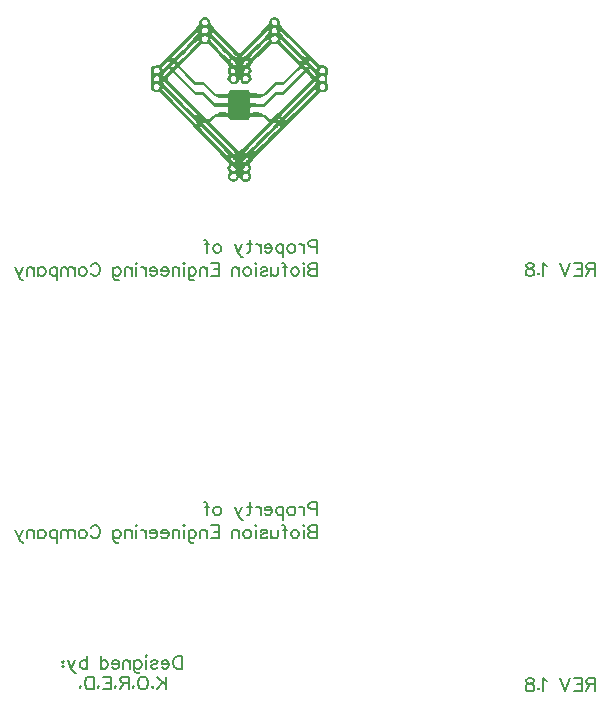
<source format=gbo>
G04 Layer: BottomSilkscreenLayer*
G04 EasyEDA v6.4.30, 2022-01-21 15:04:52*
G04 c46cb3ee090d4a1eb143410c139ed502,dc6f5eff9a9d40dcab93570daa8facdf,10*
G04 Gerber Generator version 0.2*
G04 Scale: 100 percent, Rotated: No, Reflected: No *
G04 Dimensions in millimeters *
G04 leading zeros omitted , absolute positions ,4 integer and 5 decimal *
%FSLAX45Y45*%
%MOMM*%

%ADD67C,0.1524*%

%LPD*%
G36*
X2343708Y7859268D02*
G01*
X2337866Y7858759D01*
X2332075Y7857490D01*
X2326284Y7855305D01*
X2321915Y7852765D01*
X2317496Y7849209D01*
X2313228Y7844891D01*
X2309164Y7839913D01*
X2305405Y7834579D01*
X2302103Y7829042D01*
X2299309Y7823453D01*
X2297176Y7818069D01*
X2296168Y7814411D01*
X2317902Y7814411D01*
X2319477Y7820152D01*
X2323084Y7825841D01*
X2328265Y7830515D01*
X2334412Y7833614D01*
X2341118Y7835138D01*
X2347976Y7835239D01*
X2354478Y7833868D01*
X2360218Y7831124D01*
X2364790Y7826959D01*
X2367686Y7821523D01*
X2369362Y7814767D01*
X2369769Y7808925D01*
X2368854Y7804150D01*
X2366568Y7800238D01*
X2362962Y7797292D01*
X2357932Y7795209D01*
X2351481Y7793990D01*
X2343607Y7793583D01*
X2335834Y7794345D01*
X2329281Y7796479D01*
X2324100Y7799781D01*
X2320340Y7804048D01*
X2318207Y7808975D01*
X2317902Y7814411D01*
X2296168Y7814411D01*
X2295804Y7813090D01*
X2295296Y7808671D01*
X2295753Y7805064D01*
X2297328Y7802067D01*
X2296566Y7800543D01*
X2291740Y7794244D01*
X2282850Y7783982D01*
X2270252Y7770114D01*
X2246262Y7744561D01*
X2317800Y7744561D01*
X2319426Y7750302D01*
X2323084Y7756093D01*
X2327910Y7760258D01*
X2334006Y7763205D01*
X2340864Y7764881D01*
X2347976Y7765338D01*
X2354834Y7764627D01*
X2360930Y7762697D01*
X2365705Y7759547D01*
X2368651Y7755229D01*
X2370531Y7748574D01*
X2370785Y7742580D01*
X2369749Y7737805D01*
X2393797Y7737805D01*
X2393797Y7738719D01*
X2394305Y7739227D01*
X2395169Y7739329D01*
X2396439Y7739024D01*
X2400147Y7737144D01*
X2405329Y7733538D01*
X2412085Y7728356D01*
X2429814Y7713167D01*
X2453081Y7691831D01*
X2481630Y7664551D01*
X2513736Y7633004D01*
X2542032Y7604759D01*
X2567178Y7579258D01*
X2588107Y7557617D01*
X2603804Y7540904D01*
X2613152Y7530338D01*
X2615133Y7527645D01*
X2615375Y7526781D01*
X2664206Y7526781D01*
X2665171Y7528509D01*
X2672638Y7537246D01*
X2686456Y7552283D01*
X2705709Y7572451D01*
X2729331Y7596733D01*
X2756306Y7624013D01*
X2792171Y7659776D01*
X2842209Y7708544D01*
X2861208Y7726527D01*
X2874721Y7738872D01*
X2879090Y7742580D01*
X2881731Y7744510D01*
X2882341Y7744764D01*
X2885389Y7744307D01*
X2886405Y7743698D01*
X2887116Y7742885D01*
X2887522Y7741767D01*
X2887522Y7740396D01*
X2886456Y7736840D01*
X2883966Y7732064D01*
X2880703Y7727289D01*
X2911906Y7727289D01*
X2911906Y7762189D01*
X2930601Y7764322D01*
X2939288Y7764525D01*
X2946400Y7762748D01*
X2952038Y7759090D01*
X2956306Y7753502D01*
X2959049Y7746847D01*
X2960014Y7740802D01*
X2959249Y7735925D01*
X2981655Y7735925D01*
X2981706Y7736840D01*
X2982061Y7737449D01*
X2982671Y7737805D01*
X2983585Y7737856D01*
X2984804Y7737602D01*
X2987954Y7736128D01*
X2992221Y7733436D01*
X2997555Y7729524D01*
X3011525Y7717993D01*
X3029864Y7701483D01*
X3052572Y7679994D01*
X3079750Y7653528D01*
X3111042Y7622336D01*
X3139998Y7592923D01*
X3163824Y7568031D01*
X3182620Y7547711D01*
X3196336Y7531811D01*
X3201365Y7525562D01*
X3205073Y7520381D01*
X3207562Y7516317D01*
X3208832Y7513370D01*
X3208985Y7512303D01*
X3208832Y7511542D01*
X3208375Y7510983D01*
X3207613Y7510780D01*
X3205327Y7511288D01*
X3201924Y7513015D01*
X3197402Y7515961D01*
X3191865Y7520127D01*
X3177489Y7532065D01*
X3158998Y7548676D01*
X3136442Y7569962D01*
X3109874Y7595768D01*
X3079546Y7625994D01*
X3050997Y7654950D01*
X3027375Y7679588D01*
X3008680Y7699806D01*
X2994914Y7715758D01*
X2989834Y7722108D01*
X2985973Y7727391D01*
X2983331Y7731607D01*
X2981909Y7734757D01*
X2981655Y7735925D01*
X2959249Y7735925D01*
X2956712Y7731252D01*
X2952648Y7727950D01*
X2947162Y7725714D01*
X2940253Y7724698D01*
X2932074Y7725003D01*
X2911906Y7727289D01*
X2880703Y7727289D01*
X2877210Y7722616D01*
X2870708Y7714589D01*
X2862529Y7705140D01*
X2852572Y7694168D01*
X2827121Y7667447D01*
X2794000Y7633868D01*
X2757068Y7597140D01*
X2726893Y7567930D01*
X2714396Y7556195D01*
X2694025Y7538110D01*
X2686050Y7531658D01*
X2679496Y7526832D01*
X2674162Y7523581D01*
X2671978Y7522514D01*
X2670098Y7521854D01*
X2668473Y7521549D01*
X2667101Y7521549D01*
X2666034Y7521956D01*
X2665222Y7522667D01*
X2664663Y7523734D01*
X2664307Y7525105D01*
X2664206Y7526781D01*
X2615375Y7526781D01*
X2615285Y7525258D01*
X2614930Y7523835D01*
X2614371Y7522768D01*
X2613507Y7522006D01*
X2612440Y7521600D01*
X2611069Y7521549D01*
X2609443Y7521854D01*
X2605328Y7523581D01*
X2599994Y7526832D01*
X2593340Y7531658D01*
X2585313Y7538212D01*
X2575814Y7546441D01*
X2564790Y7556449D01*
X2537815Y7582103D01*
X2503779Y7615631D01*
X2472080Y7647635D01*
X2446121Y7674609D01*
X2424734Y7697825D01*
X2408478Y7716570D01*
X2402433Y7724038D01*
X2397963Y7730134D01*
X2395016Y7734706D01*
X2393797Y7737805D01*
X2369749Y7737805D01*
X2369616Y7737195D01*
X2367076Y7732623D01*
X2363165Y7728915D01*
X2358034Y7726121D01*
X2351684Y7724394D01*
X2344267Y7723835D01*
X2336292Y7724546D01*
X2329535Y7726680D01*
X2324201Y7729981D01*
X2320340Y7734198D01*
X2318207Y7739125D01*
X2317800Y7744561D01*
X2246262Y7744561D01*
X2207818Y7704581D01*
X2156968Y7652715D01*
X2017282Y7512862D01*
X2064207Y7512862D01*
X2064969Y7514234D01*
X2070912Y7521295D01*
X2082038Y7533487D01*
X2117242Y7570317D01*
X2165045Y7618831D01*
X2209342Y7662824D01*
X2235454Y7688072D01*
X2256739Y7707934D01*
X2265629Y7715910D01*
X2279954Y7727950D01*
X2285441Y7732064D01*
X2289810Y7734909D01*
X2293061Y7736484D01*
X2294280Y7736840D01*
X2295194Y7736840D01*
X2295906Y7736586D01*
X2296312Y7735976D01*
X2296414Y7734960D01*
X2295398Y7731861D01*
X2292756Y7727340D01*
X2288540Y7721396D01*
X2282748Y7714030D01*
X2266442Y7695234D01*
X2248988Y7676286D01*
X2318054Y7676286D01*
X2318512Y7680807D01*
X2319832Y7685430D01*
X2322626Y7689037D01*
X2327554Y7691983D01*
X2334056Y7694168D01*
X2341372Y7695590D01*
X2348941Y7696047D01*
X2356053Y7695539D01*
X2362149Y7693964D01*
X2366518Y7691272D01*
X2369058Y7687716D01*
X2370582Y7683296D01*
X2371140Y7678318D01*
X2370785Y7673035D01*
X2369566Y7667752D01*
X2369003Y7666380D01*
X2392121Y7666380D01*
X2392527Y7669682D01*
X2393696Y7672425D01*
X2395372Y7674305D01*
X2397455Y7674965D01*
X2398369Y7674609D01*
X2402078Y7671917D01*
X2416048Y7659573D01*
X2436622Y7640116D01*
X2461361Y7615986D01*
X2494229Y7583170D01*
X2519070Y7557770D01*
X2539898Y7535875D01*
X2554224Y7520025D01*
X2558186Y7515098D01*
X2559478Y7512862D01*
X2720035Y7512862D01*
X2721051Y7514793D01*
X2728823Y7524089D01*
X2743098Y7539685D01*
X2762605Y7560056D01*
X2785922Y7583881D01*
X2817622Y7615377D01*
X2840736Y7637780D01*
X2860040Y7656068D01*
X2874162Y7668768D01*
X2878836Y7672679D01*
X2881680Y7674711D01*
X2882341Y7674965D01*
X2884220Y7674813D01*
X2885694Y7674406D01*
X2886811Y7673746D01*
X2887522Y7672730D01*
X2887804Y7671104D01*
X2909722Y7671104D01*
X2909824Y7677861D01*
X2911195Y7682230D01*
X2913938Y7686040D01*
X2917799Y7689291D01*
X2922422Y7691932D01*
X2927705Y7693863D01*
X2933242Y7695133D01*
X2938881Y7695692D01*
X2944368Y7695438D01*
X2949448Y7694371D01*
X2953816Y7692440D01*
X2957322Y7689596D01*
X2959608Y7685836D01*
X2961233Y7680045D01*
X2961640Y7674457D01*
X2960928Y7669123D01*
X2959785Y7665923D01*
X2981604Y7665923D01*
X2981655Y7666990D01*
X2982061Y7667701D01*
X2982823Y7668107D01*
X2983839Y7668158D01*
X2986887Y7667193D01*
X2991154Y7664805D01*
X2996641Y7660944D01*
X3003346Y7655661D01*
X3020568Y7640726D01*
X3042767Y7620050D01*
X3070047Y7593482D01*
X3108198Y7555179D01*
X3133140Y7529220D01*
X3143402Y7518196D01*
X3159455Y7499959D01*
X3166408Y7491323D01*
X3225342Y7491323D01*
X3226460Y7493508D01*
X3228035Y7494168D01*
X3230372Y7493863D01*
X3233369Y7492695D01*
X3236976Y7490764D01*
X3241040Y7488174D01*
X3250336Y7481265D01*
X3260496Y7472629D01*
X3270758Y7462977D01*
X3280460Y7452969D01*
X3284880Y7448092D01*
X3292297Y7438847D01*
X3295142Y7434732D01*
X3297275Y7431074D01*
X3298647Y7427874D01*
X3299104Y7425334D01*
X3298850Y7421981D01*
X3298190Y7419543D01*
X3296920Y7418070D01*
X3295091Y7417511D01*
X3292652Y7418019D01*
X3289554Y7419492D01*
X3285693Y7422083D01*
X3281070Y7425690D01*
X3275584Y7430465D01*
X3262020Y7443419D01*
X3245866Y7459929D01*
X3239211Y7467346D01*
X3233877Y7473899D01*
X3229813Y7479538D01*
X3227019Y7484364D01*
X3225546Y7488275D01*
X3225342Y7491323D01*
X3166408Y7491323D01*
X3169666Y7486903D01*
X3172561Y7482230D01*
X3174034Y7478826D01*
X3174187Y7477607D01*
X3174034Y7476693D01*
X3173476Y7476134D01*
X3172612Y7475880D01*
X3171444Y7475981D01*
X3168142Y7477302D01*
X3163620Y7479995D01*
X3157880Y7484160D01*
X3150920Y7489647D01*
X3142742Y7496556D01*
X3122980Y7514386D01*
X3098647Y7537500D01*
X3069996Y7565745D01*
X3041091Y7595057D01*
X3017926Y7619390D01*
X3000451Y7638796D01*
X2993847Y7646670D01*
X2988665Y7653324D01*
X2984906Y7658760D01*
X2982518Y7662925D01*
X2981604Y7665923D01*
X2959785Y7665923D01*
X2959150Y7664145D01*
X2956306Y7659624D01*
X2952546Y7655763D01*
X2947873Y7652562D01*
X2942285Y7650225D01*
X2935681Y7649057D01*
X2929382Y7649565D01*
X2923540Y7651648D01*
X2918409Y7655001D01*
X2914243Y7659522D01*
X2911246Y7664958D01*
X2909722Y7671104D01*
X2887804Y7671104D01*
X2887726Y7669885D01*
X2887218Y7667955D01*
X2885033Y7663230D01*
X2881122Y7657185D01*
X2875534Y7649768D01*
X2868168Y7640929D01*
X2859024Y7630617D01*
X2848051Y7618831D01*
X2820466Y7590536D01*
X2789072Y7559497D01*
X2763875Y7535722D01*
X2753614Y7526629D01*
X2744825Y7519365D01*
X2737510Y7513828D01*
X2731516Y7510018D01*
X2726842Y7507884D01*
X2725013Y7507427D01*
X2723438Y7507325D01*
X2722219Y7507681D01*
X2721254Y7508392D01*
X2720543Y7509509D01*
X2720136Y7511034D01*
X2720035Y7512862D01*
X2559478Y7512862D01*
X2559558Y7512659D01*
X2558846Y7510678D01*
X2556967Y7509052D01*
X2554173Y7507935D01*
X2550718Y7507528D01*
X2549448Y7507884D01*
X2545232Y7510424D01*
X2538882Y7515301D01*
X2530754Y7522159D01*
X2510332Y7540752D01*
X2486202Y7563815D01*
X2460802Y7589062D01*
X2436368Y7614158D01*
X2415286Y7636764D01*
X2406751Y7646365D01*
X2399893Y7654493D01*
X2395016Y7660843D01*
X2393442Y7663230D01*
X2392476Y7665110D01*
X2392121Y7666380D01*
X2369003Y7666380D01*
X2367483Y7662672D01*
X2364638Y7658100D01*
X2361082Y7654340D01*
X2357170Y7651648D01*
X2353106Y7649819D01*
X2348941Y7648854D01*
X2344775Y7648651D01*
X2340660Y7649108D01*
X2336647Y7650276D01*
X2332837Y7652003D01*
X2329332Y7654290D01*
X2326132Y7657084D01*
X2323388Y7660284D01*
X2321102Y7663891D01*
X2319426Y7667752D01*
X2318359Y7671917D01*
X2318054Y7676286D01*
X2248988Y7676286D01*
X2223414Y7649667D01*
X2190851Y7616698D01*
X2157374Y7583576D01*
X2129891Y7556957D01*
X2107895Y7536434D01*
X2090928Y7521702D01*
X2084222Y7516418D01*
X2078532Y7512354D01*
X2073910Y7509611D01*
X2070252Y7508036D01*
X2068779Y7507681D01*
X2067560Y7507630D01*
X2066493Y7507833D01*
X2065629Y7508341D01*
X2065020Y7509052D01*
X2064562Y7510068D01*
X2064207Y7512862D01*
X2017282Y7512862D01*
X1956155Y7451699D01*
X1938274Y7451699D01*
X1930247Y7450937D01*
X1921713Y7448854D01*
X1913585Y7445705D01*
X1906930Y7441895D01*
X1893519Y7432090D01*
X1893286Y7401864D01*
X1911654Y7401864D01*
X1911807Y7406386D01*
X1913077Y7411110D01*
X1915566Y7416038D01*
X1918563Y7420051D01*
X1921967Y7423353D01*
X1925777Y7425893D01*
X1929790Y7427772D01*
X1934006Y7428941D01*
X1938223Y7429347D01*
X1942439Y7429093D01*
X1946503Y7428077D01*
X1950364Y7426350D01*
X1951105Y7425842D01*
X1980488Y7425842D01*
X1980996Y7428382D01*
X1982368Y7431582D01*
X1984603Y7435342D01*
X1991106Y7444079D01*
X1999742Y7453833D01*
X2009698Y7463942D01*
X2020214Y7473645D01*
X2030475Y7482281D01*
X2039823Y7489088D01*
X2043887Y7491628D01*
X2047392Y7493406D01*
X2050288Y7494422D01*
X2052421Y7494473D01*
X2053742Y7493558D01*
X2054250Y7491171D01*
X2053488Y7487716D01*
X2051507Y7483398D01*
X2048122Y7477963D01*
X2099106Y7477963D01*
X2099970Y7479588D01*
X2106726Y7487666D01*
X2119325Y7501381D01*
X2136800Y7519822D01*
X2158238Y7541920D01*
X2182723Y7566710D01*
X2211679Y7595565D01*
X2239213Y7622286D01*
X2261108Y7642656D01*
X2269998Y7650530D01*
X2277567Y7656830D01*
X2283866Y7661656D01*
X2288844Y7664958D01*
X2292553Y7666837D01*
X2295042Y7667244D01*
X2295855Y7666888D01*
X2296312Y7666177D01*
X2296464Y7665008D01*
X2296058Y7663383D01*
X2295194Y7661300D01*
X2291943Y7655864D01*
X2286762Y7648752D01*
X2279700Y7640015D01*
X2270760Y7629652D01*
X2247392Y7604302D01*
X2216962Y7573060D01*
X2183739Y7540091D01*
X2156561Y7513929D01*
X2135276Y7494473D01*
X2126691Y7487158D01*
X2119426Y7481417D01*
X2113330Y7477099D01*
X2108403Y7474254D01*
X2104593Y7472781D01*
X2103120Y7472578D01*
X2101850Y7472680D01*
X2100834Y7473137D01*
X2100072Y7473848D01*
X2099513Y7474915D01*
X2099106Y7477963D01*
X2048122Y7477963D01*
X2044039Y7472324D01*
X2038756Y7465771D01*
X2032406Y7458659D01*
X2025192Y7451039D01*
X2013040Y7438999D01*
X2061667Y7438999D01*
X2061921Y7443470D01*
X2064766Y7448600D01*
X2070354Y7454442D01*
X2076754Y7459573D01*
X2081834Y7461910D01*
X2085746Y7461503D01*
X2088743Y7458456D01*
X2090115Y7453782D01*
X2089200Y7448702D01*
X2087148Y7444790D01*
X2130704Y7444790D01*
X2315565Y7630007D01*
X2377948Y7629601D01*
X2467914Y7540244D01*
X2491892Y7515555D01*
X2516760Y7488783D01*
X2566517Y7488783D01*
X2567381Y7491679D01*
X2569667Y7493304D01*
X2573172Y7493762D01*
X2577439Y7493050D01*
X2582316Y7491323D01*
X2587345Y7488681D01*
X2592324Y7485125D01*
X2596845Y7480808D01*
X2601010Y7475677D01*
X2604262Y7470546D01*
X2606598Y7465669D01*
X2607919Y7461199D01*
X2608181Y7458354D01*
X2671013Y7458354D01*
X2671724Y7462621D01*
X2673451Y7467498D01*
X2676093Y7472527D01*
X2679649Y7477506D01*
X2683967Y7482027D01*
X2689098Y7486192D01*
X2694228Y7489444D01*
X2699105Y7491780D01*
X2703576Y7493101D01*
X2707436Y7493406D01*
X2710434Y7492695D01*
X2712364Y7490815D01*
X2713075Y7487818D01*
X2711754Y7484313D01*
X2708249Y7479334D01*
X2703169Y7473442D01*
X2697124Y7467244D01*
X2690774Y7461351D01*
X2684678Y7456424D01*
X2679547Y7452969D01*
X2675991Y7451699D01*
X2673096Y7452563D01*
X2671470Y7454849D01*
X2671013Y7458354D01*
X2608181Y7458354D01*
X2608275Y7457338D01*
X2607513Y7454341D01*
X2605633Y7452410D01*
X2602636Y7451699D01*
X2599131Y7453020D01*
X2594152Y7456525D01*
X2588260Y7461605D01*
X2582062Y7467650D01*
X2576169Y7474000D01*
X2571242Y7480046D01*
X2567787Y7485227D01*
X2566517Y7488783D01*
X2516760Y7488783D01*
X2529484Y7474305D01*
X2535631Y7466888D01*
X2540152Y7460996D01*
X2542844Y7456881D01*
X2553004Y7437628D01*
X2545232Y7423099D01*
X2542032Y7415326D01*
X2541258Y7409688D01*
X2563520Y7409688D01*
X2564587Y7415072D01*
X2566720Y7419187D01*
X2569667Y7421880D01*
X2573324Y7423251D01*
X2577541Y7423251D01*
X2582164Y7421981D01*
X2587142Y7419340D01*
X2592273Y7415479D01*
X2597556Y7410297D01*
X2601925Y7404658D01*
X2604566Y7399375D01*
X2605582Y7394549D01*
X2674010Y7394549D01*
X2675026Y7399375D01*
X2677668Y7404658D01*
X2682036Y7410297D01*
X2687320Y7415479D01*
X2692450Y7419340D01*
X2697429Y7421981D01*
X2702052Y7423251D01*
X2706268Y7423251D01*
X2709926Y7421880D01*
X2712872Y7419187D01*
X2715006Y7415072D01*
X2716072Y7409688D01*
X2715615Y7404049D01*
X2713837Y7398512D01*
X2710942Y7393330D01*
X2707182Y7388758D01*
X2702661Y7385151D01*
X2697632Y7382814D01*
X2692298Y7381951D01*
X2685643Y7382560D01*
X2680462Y7384186D01*
X2676804Y7386828D01*
X2674620Y7390333D01*
X2674010Y7394549D01*
X2605582Y7394549D01*
X2604973Y7390333D01*
X2602788Y7386828D01*
X2599080Y7384186D01*
X2593898Y7382560D01*
X2587294Y7381951D01*
X2581960Y7382814D01*
X2576931Y7385151D01*
X2572410Y7388758D01*
X2568651Y7393330D01*
X2565755Y7398512D01*
X2563977Y7404049D01*
X2563520Y7409688D01*
X2541258Y7409688D01*
X2540965Y7407554D01*
X2542082Y7399172D01*
X2545384Y7389418D01*
X2553309Y7370267D01*
X2537257Y7335062D01*
X2564485Y7335062D01*
X2564790Y7341616D01*
X2567076Y7348016D01*
X2570784Y7353300D01*
X2575458Y7357160D01*
X2580741Y7359548D01*
X2586532Y7360564D01*
X2592425Y7360107D01*
X2598318Y7358176D01*
X2603855Y7354824D01*
X2605270Y7353452D01*
X2637180Y7353452D01*
X2637739Y7356754D01*
X2639060Y7359142D01*
X2640685Y7359700D01*
X2641904Y7358176D01*
X2642616Y7354824D01*
X2642717Y7349998D01*
X2642260Y7345121D01*
X2641346Y7342733D01*
X2640076Y7342936D01*
X2638501Y7345781D01*
X2637434Y7349642D01*
X2637180Y7353452D01*
X2605270Y7353452D01*
X2608884Y7349947D01*
X2612085Y7344714D01*
X2613437Y7338771D01*
X2665272Y7338771D01*
X2666847Y7344257D01*
X2670708Y7349947D01*
X2674823Y7354112D01*
X2679242Y7357160D01*
X2683865Y7359142D01*
X2688539Y7360158D01*
X2693162Y7360259D01*
X2697683Y7359497D01*
X2701899Y7358024D01*
X2705811Y7355840D01*
X2709214Y7353046D01*
X2712008Y7349744D01*
X2714142Y7345984D01*
X2715463Y7341819D01*
X2715869Y7337348D01*
X2715260Y7332675D01*
X2713532Y7327798D01*
X2710586Y7322870D01*
X2706217Y7318248D01*
X2701086Y7315200D01*
X2695498Y7313625D01*
X2689707Y7313523D01*
X2683865Y7314844D01*
X2678277Y7317638D01*
X2673197Y7321753D01*
X2668879Y7327290D01*
X2665984Y7333284D01*
X2665272Y7338771D01*
X2613437Y7338771D01*
X2613152Y7333488D01*
X2611272Y7328001D01*
X2607919Y7322972D01*
X2603296Y7318654D01*
X2597505Y7315301D01*
X2590647Y7313168D01*
X2584145Y7312964D01*
X2578201Y7314793D01*
X2572969Y7318248D01*
X2568803Y7323023D01*
X2565908Y7328712D01*
X2564485Y7335062D01*
X2537257Y7335062D01*
X2536190Y7332725D01*
X2550363Y7313726D01*
X2553970Y7309358D01*
X2557780Y7305446D01*
X2561793Y7301992D01*
X2566009Y7299096D01*
X2570378Y7296607D01*
X2574798Y7294625D01*
X2579370Y7293102D01*
X2583942Y7292035D01*
X2588564Y7291476D01*
X2593187Y7291374D01*
X2597708Y7291781D01*
X2602179Y7292594D01*
X2606548Y7293914D01*
X2610764Y7295692D01*
X2614828Y7297978D01*
X2618689Y7300671D01*
X2622245Y7303871D01*
X2625598Y7307529D01*
X2628646Y7311644D01*
X2631338Y7316216D01*
X2640634Y7333996D01*
X2648712Y7316317D01*
X2651099Y7311745D01*
X2653893Y7307630D01*
X2656992Y7304024D01*
X2660446Y7300823D01*
X2664155Y7298080D01*
X2668168Y7295845D01*
X2672334Y7294016D01*
X2676702Y7292695D01*
X2681173Y7291831D01*
X2685745Y7291425D01*
X2690418Y7291527D01*
X2695092Y7292086D01*
X2699766Y7293102D01*
X2704388Y7294575D01*
X2708910Y7296505D01*
X2713329Y7298944D01*
X2717596Y7301890D01*
X2721660Y7305243D01*
X2725470Y7309154D01*
X2729026Y7313472D01*
X2742996Y7332218D01*
X2725826Y7373721D01*
X2742133Y7404150D01*
X2732836Y7426604D01*
X2731008Y7431786D01*
X2729890Y7436713D01*
X2729585Y7439101D01*
X2729839Y7443978D01*
X2730347Y7446568D01*
X2732278Y7452004D01*
X2735580Y7458100D01*
X2740456Y7465110D01*
X2747010Y7473238D01*
X2755392Y7482789D01*
X2765856Y7493965D01*
X2793492Y7522159D01*
X2901645Y7629601D01*
X2964027Y7630007D01*
X3143050Y7450632D01*
X3189071Y7450632D01*
X3189224Y7454950D01*
X3191764Y7458811D01*
X3195726Y7461199D01*
X3200146Y7460996D01*
X3205276Y7458151D01*
X3211118Y7452563D01*
X3214370Y7448397D01*
X3216503Y7444587D01*
X3217621Y7441082D01*
X3217722Y7438136D01*
X3216960Y7435697D01*
X3215487Y7433868D01*
X3213303Y7432751D01*
X3210560Y7432395D01*
X3207359Y7432903D01*
X3203752Y7434376D01*
X3199892Y7436815D01*
X3195828Y7440371D01*
X3191256Y7445806D01*
X3189071Y7450632D01*
X3143050Y7450632D01*
X3145434Y7448245D01*
X3009544Y7305192D01*
X2939440Y7305192D01*
X2845816Y7210856D01*
X2731058Y7213853D01*
X2720289Y7242860D01*
X2556459Y7238949D01*
X2542133Y7211009D01*
X2434336Y7211009D01*
X2339441Y7305192D01*
X2269744Y7305192D01*
X2130704Y7444790D01*
X2087148Y7444790D01*
X2086508Y7443571D01*
X2082596Y7438999D01*
X2077872Y7435392D01*
X2072893Y7433208D01*
X2068118Y7432954D01*
X2064105Y7435088D01*
X2061667Y7438999D01*
X2013040Y7438999D01*
X2003602Y7430058D01*
X1998167Y7425385D01*
X1993646Y7421829D01*
X1989836Y7419390D01*
X1986788Y7417968D01*
X1984400Y7417612D01*
X1982622Y7418222D01*
X1981403Y7419797D01*
X1980692Y7422337D01*
X1980488Y7425842D01*
X1951105Y7425842D01*
X1953920Y7423912D01*
X1957019Y7420711D01*
X1959559Y7416800D01*
X1967484Y7401966D01*
X1959203Y7391958D01*
X1955139Y7387894D01*
X1950770Y7384897D01*
X1946198Y7382814D01*
X1941423Y7381646D01*
X1936699Y7381341D01*
X1932076Y7381798D01*
X1927606Y7383018D01*
X1923491Y7384846D01*
X1919833Y7387285D01*
X1916684Y7390282D01*
X1914194Y7393736D01*
X1912518Y7397597D01*
X1911654Y7401864D01*
X1893286Y7401864D01*
X1893042Y7370114D01*
X1994458Y7370114D01*
X1994916Y7372400D01*
X1996287Y7375448D01*
X1998472Y7379106D01*
X2001367Y7383272D01*
X2004872Y7387793D01*
X2008886Y7392517D01*
X2018080Y7402118D01*
X2023821Y7407402D01*
X2029053Y7411669D01*
X2033676Y7414869D01*
X2037740Y7417104D01*
X2041143Y7418425D01*
X2043887Y7418882D01*
X2045919Y7418476D01*
X2047239Y7417308D01*
X2047849Y7415377D01*
X2047646Y7412736D01*
X2046681Y7409484D01*
X2044295Y7404658D01*
X2091537Y7404658D01*
X2103374Y7417714D01*
X2108352Y7422794D01*
X2113127Y7426959D01*
X2117140Y7429753D01*
X2119884Y7430770D01*
X2120747Y7430414D01*
X2124456Y7427468D01*
X2130602Y7421930D01*
X2149144Y7404049D01*
X2180590Y7372248D01*
X2265070Y7284262D01*
X2333193Y7284262D01*
X2388311Y7228840D01*
X2401417Y7216495D01*
X2413711Y7205624D01*
X2429408Y7193280D01*
X2433624Y7190435D01*
X2437180Y7188352D01*
X2440025Y7187031D01*
X2447086Y7186066D01*
X2451811Y7184542D01*
X2455773Y7182358D01*
X2458415Y7179614D01*
X2461056Y7177379D01*
X2465628Y7175601D01*
X2471877Y7174280D01*
X2479294Y7173366D01*
X2487574Y7172909D01*
X2496312Y7172858D01*
X2505151Y7173214D01*
X2513634Y7173975D01*
X2521508Y7175144D01*
X2528316Y7176719D01*
X2533700Y7178700D01*
X2537256Y7181037D01*
X2545588Y7189368D01*
X2545588Y7132320D01*
X2726232Y7132320D01*
X2730500Y7176160D01*
X2773324Y7173772D01*
X2782620Y7173417D01*
X2791206Y7173366D01*
X2798927Y7173620D01*
X2805684Y7174179D01*
X2811322Y7174992D01*
X2815844Y7176109D01*
X2819044Y7177430D01*
X2820822Y7179005D01*
X2823565Y7181951D01*
X2827629Y7184390D01*
X2832455Y7186015D01*
X2839567Y7187031D01*
X2842412Y7188352D01*
X2845968Y7190435D01*
X2850184Y7193280D01*
X2860192Y7200950D01*
X2871876Y7210856D01*
X2884678Y7222490D01*
X2897936Y7235444D01*
X2946400Y7284262D01*
X3009798Y7284262D01*
X3104642Y7379258D01*
X3130143Y7404049D01*
X3149244Y7421930D01*
X3155543Y7427468D01*
X3159302Y7430414D01*
X3160115Y7430770D01*
X3162655Y7429804D01*
X3166465Y7427112D01*
X3170986Y7423150D01*
X3178279Y7415428D01*
X3229356Y7415428D01*
X3229813Y7419797D01*
X3231286Y7422438D01*
X3233775Y7423302D01*
X3237280Y7422438D01*
X3241954Y7419746D01*
X3247694Y7415275D01*
X3254654Y7408925D01*
X3260635Y7402982D01*
X3315614Y7402982D01*
X3316579Y7409129D01*
X3319779Y7416393D01*
X3322828Y7421067D01*
X3326384Y7424724D01*
X3330346Y7427417D01*
X3334512Y7429195D01*
X3338880Y7430058D01*
X3343300Y7430160D01*
X3347618Y7429449D01*
X3351784Y7428026D01*
X3355644Y7425893D01*
X3359150Y7423150D01*
X3362096Y7419848D01*
X3364484Y7415987D01*
X3366109Y7411669D01*
X3366871Y7406894D01*
X3366719Y7401712D01*
X3365500Y7396225D01*
X3363722Y7392314D01*
X3361182Y7389063D01*
X3357930Y7386370D01*
X3354222Y7384288D01*
X3350056Y7382916D01*
X3345637Y7382154D01*
X3341065Y7382052D01*
X3336493Y7382611D01*
X3331972Y7383881D01*
X3327704Y7385862D01*
X3323793Y7388555D01*
X3320389Y7391958D01*
X3316884Y7397394D01*
X3315614Y7402982D01*
X3260635Y7402982D01*
X3270148Y7392771D01*
X3276142Y7385354D01*
X3280664Y7378598D01*
X3283712Y7372705D01*
X3285185Y7367828D01*
X3284982Y7364171D01*
X3283153Y7361834D01*
X3279546Y7361021D01*
X3276701Y7361885D01*
X3272790Y7364374D01*
X3268014Y7368184D01*
X3262629Y7373010D01*
X3256940Y7378598D01*
X3245561Y7390942D01*
X3240430Y7397140D01*
X3235960Y7402931D01*
X3232454Y7408113D01*
X3230168Y7412380D01*
X3229356Y7415428D01*
X3178279Y7415428D01*
X3187039Y7405725D01*
X3002381Y7221474D01*
X2940100Y7221474D01*
X2842107Y7126071D01*
X2726232Y7132320D01*
X2545588Y7132320D01*
X2545588Y7127290D01*
X2433878Y7127798D01*
X2339441Y7221474D01*
X2270048Y7221423D01*
X2091537Y7404658D01*
X2044295Y7404658D01*
X2042160Y7401153D01*
X2038604Y7396175D01*
X2034133Y7390688D01*
X2028748Y7384846D01*
X2020214Y7376312D01*
X2013051Y7369759D01*
X2007107Y7365136D01*
X2002383Y7362444D01*
X1998827Y7361580D01*
X1996338Y7362596D01*
X1994916Y7365492D01*
X1994458Y7370114D01*
X1893042Y7370114D01*
X1892767Y7334351D01*
X1912213Y7334351D01*
X1912620Y7339838D01*
X1914956Y7345273D01*
X1919427Y7350607D01*
X1925015Y7354620D01*
X1931212Y7357211D01*
X1937766Y7358430D01*
X1944166Y7358125D01*
X1950110Y7356398D01*
X1955139Y7353147D01*
X1958848Y7348372D01*
X1961235Y7342378D01*
X1961931Y7337044D01*
X2029307Y7337044D01*
X2029815Y7338974D01*
X2031136Y7341616D01*
X2036064Y7348728D01*
X2043379Y7357414D01*
X2052320Y7366609D01*
X2061514Y7375296D01*
X2069541Y7382357D01*
X2075535Y7387183D01*
X2078583Y7388910D01*
X2080361Y7387691D01*
X2090623Y7378395D01*
X2108504Y7361275D01*
X2160625Y7309967D01*
X2269845Y7200544D01*
X2332482Y7200544D01*
X2434234Y7099452D01*
X2545537Y7099401D01*
X2545588Y7067702D01*
X2727960Y7067702D01*
X2727960Y7073138D01*
X2728518Y7078675D01*
X2729585Y7084212D01*
X2733446Y7099401D01*
X2845358Y7099452D01*
X2947111Y7200544D01*
X3009747Y7200544D01*
X3126384Y7317282D01*
X3153765Y7344257D01*
X3176422Y7366203D01*
X3192729Y7381494D01*
X3201060Y7388606D01*
X3201720Y7388910D01*
X3204057Y7388047D01*
X3207613Y7385507D01*
X3212084Y7381697D01*
X3222802Y7371283D01*
X3233978Y7359091D01*
X3239160Y7353046D01*
X3247136Y7342631D01*
X3249422Y7338771D01*
X3250234Y7336231D01*
X3249048Y7334097D01*
X3314750Y7334097D01*
X3315157Y7339990D01*
X3317697Y7345883D01*
X3321862Y7350810D01*
X3327146Y7354417D01*
X3333242Y7356805D01*
X3339744Y7357922D01*
X3346399Y7357719D01*
X3352698Y7356195D01*
X3358438Y7353300D01*
X3363163Y7349032D01*
X3366211Y7343952D01*
X3367379Y7338618D01*
X3366820Y7333284D01*
X3364687Y7328153D01*
X3361131Y7323531D01*
X3356203Y7319568D01*
X3350158Y7316571D01*
X3343097Y7314742D01*
X3335883Y7314539D01*
X3329381Y7316165D01*
X3323742Y7319162D01*
X3319272Y7323378D01*
X3316224Y7328458D01*
X3314750Y7334097D01*
X3249048Y7334097D01*
X3244291Y7328255D01*
X3234283Y7317130D01*
X3220161Y7301992D01*
X3181756Y7262164D01*
X3133750Y7213396D01*
X3067304Y7146848D01*
X3008376Y7088682D01*
X2962300Y7043877D01*
X2926892Y7010349D01*
X2914700Y6999274D01*
X2906928Y6992772D01*
X2904337Y6991248D01*
X2900121Y6992670D01*
X2894076Y6996582D01*
X2887116Y7002322D01*
X2875432Y7013854D01*
X2870403Y7018223D01*
X2865069Y7022439D01*
X2859328Y7026402D01*
X2853334Y7030212D01*
X2847035Y7033768D01*
X2840583Y7037070D01*
X2833928Y7040168D01*
X2827172Y7043013D01*
X2820365Y7045553D01*
X2813507Y7047839D01*
X2799943Y7051548D01*
X2793288Y7052919D01*
X2786786Y7053935D01*
X2780538Y7054646D01*
X2774492Y7054951D01*
X2768752Y7054951D01*
X2763316Y7054545D01*
X2758338Y7053732D01*
X2753766Y7052513D01*
X2749651Y7050887D01*
X2746044Y7048855D01*
X2743047Y7046366D01*
X2740609Y7044639D01*
X2738272Y7044232D01*
X2736037Y7045045D01*
X2733954Y7046925D01*
X2732125Y7049770D01*
X2730550Y7053376D01*
X2729331Y7057694D01*
X2728417Y7062470D01*
X2727960Y7067702D01*
X2545588Y7067702D01*
X2545588Y7037324D01*
X2537256Y7045655D01*
X2533700Y7047992D01*
X2528316Y7049973D01*
X2521508Y7051548D01*
X2513634Y7052716D01*
X2505151Y7053478D01*
X2496312Y7053834D01*
X2487574Y7053783D01*
X2479294Y7053325D01*
X2471877Y7052411D01*
X2465628Y7051090D01*
X2461056Y7049312D01*
X2458415Y7047077D01*
X2455773Y7044334D01*
X2451760Y7042150D01*
X2446985Y7040625D01*
X2439009Y7039609D01*
X2435301Y7038187D01*
X2431084Y7035901D01*
X2426360Y7032904D01*
X2421382Y7029297D01*
X2416200Y7025131D01*
X2411069Y7020559D01*
X2401163Y7010755D01*
X2391613Y7002018D01*
X2383180Y6995414D01*
X2379726Y6993178D01*
X2376982Y6991756D01*
X2375001Y6991248D01*
X2373579Y6991959D01*
X2366924Y6997192D01*
X2355748Y7007199D01*
X2322017Y7039000D01*
X2277059Y7082739D01*
X2225395Y7133742D01*
X2145690Y7213752D01*
X2097735Y7262672D01*
X2059381Y7302601D01*
X2045258Y7317790D01*
X2035302Y7328966D01*
X2030018Y7335621D01*
X2029307Y7337044D01*
X1961931Y7337044D01*
X1961235Y7331049D01*
X1959102Y7326020D01*
X1955698Y7321702D01*
X1951126Y7318298D01*
X1945538Y7315962D01*
X1938934Y7314895D01*
X1931974Y7315301D01*
X1925777Y7317181D01*
X1920493Y7320280D01*
X1916328Y7324344D01*
X1913534Y7329119D01*
X1912213Y7334351D01*
X1892767Y7334351D01*
X1892528Y7303262D01*
X1994458Y7303262D01*
X1994865Y7306716D01*
X1995982Y7309561D01*
X1997659Y7311491D01*
X1999742Y7312202D01*
X2000859Y7311542D01*
X2006854Y7306462D01*
X2017420Y7296759D01*
X2050288Y7265314D01*
X2095754Y7220864D01*
X2150008Y7167067D01*
X2212238Y7104481D01*
X2239162Y7076795D01*
X2262174Y7052767D01*
X2281123Y7032447D01*
X2296058Y7015835D01*
X2306878Y7002983D01*
X2313482Y6994042D01*
X2315260Y6990994D01*
X2315921Y6988962D01*
X2315870Y6988302D01*
X2315565Y6987895D01*
X2315006Y6987794D01*
X2312873Y6988759D01*
X2309418Y6990994D01*
X2299055Y6999173D01*
X2284526Y7011720D01*
X2266442Y7028027D01*
X2245410Y7047484D01*
X2197201Y7093305D01*
X2164689Y7124852D01*
X2106015Y7182815D01*
X2058771Y7230770D01*
X2038502Y7251852D01*
X2021332Y7270191D01*
X2007870Y7285177D01*
X1998725Y7296099D01*
X1996033Y7299909D01*
X1994611Y7302449D01*
X1994458Y7303262D01*
X1892528Y7303262D01*
X1892269Y7269530D01*
X1911146Y7269530D01*
X1911451Y7274559D01*
X1912874Y7279843D01*
X1915972Y7284516D01*
X1920798Y7287920D01*
X1926945Y7290053D01*
X1933854Y7290917D01*
X1941017Y7290460D01*
X1947976Y7288733D01*
X1954174Y7285634D01*
X1959203Y7281214D01*
X1967484Y7271207D01*
X1959559Y7256373D01*
X1956562Y7251903D01*
X1955500Y7250887D01*
X1980488Y7250887D01*
X1980895Y7253020D01*
X1982063Y7254748D01*
X1983739Y7255916D01*
X1985772Y7256373D01*
X1987092Y7255611D01*
X1993747Y7250023D01*
X2005228Y7239508D01*
X2039721Y7206386D01*
X2085086Y7161885D01*
X2167534Y7079538D01*
X2214880Y7031532D01*
X2252929Y6992315D01*
X2273494Y6970268D01*
X2388819Y6970268D01*
X2434234Y7015683D01*
X2542133Y7015683D01*
X2556459Y6987743D01*
X2720289Y6983831D01*
X2731058Y7012838D01*
X2846120Y7015835D01*
X2872159Y6988962D01*
X2963672Y6988962D01*
X2964332Y6990994D01*
X2966110Y6994042D01*
X2972714Y7002983D01*
X2983534Y7015835D01*
X2998470Y7032447D01*
X3017418Y7052767D01*
X3040430Y7076795D01*
X3067354Y7104481D01*
X3129584Y7167067D01*
X3183839Y7220864D01*
X3229254Y7265314D01*
X3262172Y7296759D01*
X3272739Y7306462D01*
X3278733Y7311542D01*
X3279851Y7312202D01*
X3282238Y7311898D01*
X3283864Y7311085D01*
X3284372Y7310424D01*
X3284677Y7309561D01*
X3284575Y7307427D01*
X3283610Y7304531D01*
X3281679Y7300874D01*
X3278733Y7296353D01*
X3269640Y7284618D01*
X3257124Y7270242D01*
X3315614Y7270242D01*
X3316884Y7275779D01*
X3320389Y7281214D01*
X3323793Y7284618D01*
X3327704Y7287310D01*
X3331972Y7289292D01*
X3336493Y7290562D01*
X3341065Y7291171D01*
X3345637Y7291070D01*
X3350056Y7290308D01*
X3354222Y7288885D01*
X3357930Y7286853D01*
X3361182Y7284161D01*
X3363722Y7280859D01*
X3365500Y7276947D01*
X3366719Y7271461D01*
X3366871Y7266330D01*
X3366109Y7261555D01*
X3364484Y7257237D01*
X3362096Y7253376D01*
X3359150Y7250023D01*
X3355644Y7247331D01*
X3351784Y7245197D01*
X3347618Y7243775D01*
X3343300Y7243064D01*
X3338880Y7243114D01*
X3334512Y7244029D01*
X3330346Y7245807D01*
X3326384Y7248499D01*
X3322828Y7252157D01*
X3319779Y7256830D01*
X3316579Y7264095D01*
X3315614Y7270242D01*
X3257124Y7270242D01*
X3242564Y7254341D01*
X3220110Y7230770D01*
X3192119Y7202119D01*
X3120542Y7130338D01*
X3089503Y7099706D01*
X3061614Y7072528D01*
X3036976Y7048906D01*
X3015691Y7028992D01*
X2997911Y7012889D01*
X2983687Y7000646D01*
X2977997Y6996023D01*
X2969361Y6989825D01*
X2966466Y6988251D01*
X2964586Y6987743D01*
X2964027Y6987895D01*
X2963722Y6988302D01*
X2963672Y6988962D01*
X2872159Y6988962D01*
X2890520Y6970014D01*
X2747568Y6827012D01*
X2696667Y6777278D01*
X2675737Y6757365D01*
X2658821Y6741718D01*
X2646832Y6731152D01*
X2642870Y6727952D01*
X2640431Y6726326D01*
X2639771Y6726123D01*
X2638145Y6726936D01*
X2630271Y6733286D01*
X2616911Y6745224D01*
X2598928Y6761988D01*
X2577084Y6782866D01*
X2524963Y6834022D01*
X2388819Y6970268D01*
X2273494Y6970268D01*
X2278186Y6964832D01*
X2329332Y6964832D01*
X2329637Y6967474D01*
X2330602Y6969201D01*
X2331313Y6969709D01*
X2332278Y6969963D01*
X2334717Y6969759D01*
X2337968Y6968490D01*
X2342083Y6966153D01*
X2347163Y6962648D01*
X2353259Y6958025D01*
X2368651Y6944918D01*
X2388768Y6926478D01*
X2414016Y6902297D01*
X2444953Y6872020D01*
X2481935Y6835190D01*
X2512822Y6803999D01*
X2539593Y6776567D01*
X2562098Y6752996D01*
X2580284Y6733286D01*
X2594102Y6717538D01*
X2603449Y6705853D01*
X2606446Y6701536D01*
X2608326Y6698234D01*
X2609037Y6696049D01*
X2670556Y6696049D01*
X2671267Y6698234D01*
X2673096Y6701536D01*
X2676093Y6705853D01*
X2685491Y6717538D01*
X2699308Y6733286D01*
X2717495Y6752996D01*
X2739999Y6776567D01*
X2766771Y6803999D01*
X2797657Y6835190D01*
X2834640Y6872020D01*
X2865526Y6902297D01*
X2890824Y6926478D01*
X2910890Y6944918D01*
X2926334Y6958025D01*
X2932430Y6962648D01*
X2937510Y6966153D01*
X2941624Y6968490D01*
X2944876Y6969759D01*
X2947314Y6969963D01*
X2948279Y6969709D01*
X2948990Y6969201D01*
X2949956Y6967474D01*
X2950260Y6964832D01*
X2949549Y6963613D01*
X2942956Y6955840D01*
X2996234Y6955840D01*
X2997301Y6958075D01*
X2999740Y6961733D01*
X3008731Y6972960D01*
X3022600Y6988911D01*
X3040735Y7008875D01*
X3062681Y7032345D01*
X3087776Y7058609D01*
X3115513Y7087108D01*
X3190138Y7162088D01*
X3218281Y7189774D01*
X3241395Y7212075D01*
X3259937Y7229348D01*
X3274314Y7241997D01*
X3284982Y7250328D01*
X3289046Y7252970D01*
X3292348Y7254697D01*
X3294938Y7255560D01*
X3296818Y7255560D01*
X3297529Y7255306D01*
X3298545Y7254138D01*
X3299053Y7252258D01*
X3299104Y7251090D01*
X3298342Y7249363D01*
X3296107Y7246264D01*
X3287674Y7236358D01*
X3274466Y7222083D01*
X3236722Y7183069D01*
X3201314Y7147509D01*
X3149346Y7096252D01*
X3097174Y7045756D01*
X3050590Y7001662D01*
X3031236Y6983831D01*
X3015437Y6969658D01*
X3003905Y6959955D01*
X2999994Y6957009D01*
X2997454Y6955383D01*
X2996692Y6955129D01*
X2996285Y6955231D01*
X2996234Y6955840D01*
X2942956Y6955840D01*
X2919222Y6930491D01*
X2879242Y6889343D01*
X2806801Y6816648D01*
X2776982Y6787286D01*
X2750464Y6761683D01*
X2727502Y6740042D01*
X2708148Y6722364D01*
X2692603Y6708952D01*
X2681071Y6699859D01*
X2676855Y6697014D01*
X2672537Y6694830D01*
X2671622Y6694728D01*
X2670962Y6694881D01*
X2670606Y6695338D01*
X2670556Y6696049D01*
X2609037Y6696049D01*
X2608986Y6695338D01*
X2608630Y6694881D01*
X2607970Y6694728D01*
X2607056Y6694830D01*
X2604465Y6695998D01*
X2600756Y6698284D01*
X2595981Y6701739D01*
X2583434Y6711899D01*
X2566974Y6726428D01*
X2546705Y6745071D01*
X2522778Y6767728D01*
X2495448Y6794296D01*
X2464816Y6824573D01*
X2418334Y6871106D01*
X2373833Y6916521D01*
X2342743Y6949135D01*
X2333599Y6959244D01*
X2329484Y6964375D01*
X2329332Y6964832D01*
X2278186Y6964832D01*
X2279751Y6962851D01*
X2280513Y6961530D01*
X2279904Y6959549D01*
X2278380Y6957872D01*
X2276094Y6956755D01*
X2273300Y6956348D01*
X2271826Y6957110D01*
X2265019Y6962648D01*
X2253488Y6973163D01*
X2237943Y6987844D01*
X2197506Y7027164D01*
X2149195Y7075068D01*
X2073910Y7151014D01*
X2029917Y7196328D01*
X1997151Y7230973D01*
X1986737Y7242606D01*
X1981200Y7249464D01*
X1980488Y7250887D01*
X1955500Y7250887D01*
X1953006Y7248499D01*
X1948992Y7246112D01*
X1944674Y7244689D01*
X1940153Y7244130D01*
X1935581Y7244435D01*
X1931060Y7245502D01*
X1926691Y7247280D01*
X1922678Y7249718D01*
X1919020Y7252766D01*
X1915972Y7256322D01*
X1913534Y7260336D01*
X1911857Y7264755D01*
X1911146Y7269530D01*
X1892269Y7269530D01*
X1892096Y7247077D01*
X1904898Y7234275D01*
X1907946Y7231684D01*
X1911654Y7229246D01*
X1915922Y7227112D01*
X1920595Y7225182D01*
X1925472Y7223658D01*
X1930501Y7222439D01*
X1935530Y7221728D01*
X1940356Y7221423D01*
X1963064Y7221423D01*
X2248058Y6935520D01*
X2294432Y6935520D01*
X2294839Y6938213D01*
X2296007Y6940397D01*
X2297684Y6941870D01*
X2299766Y6942429D01*
X2301646Y6941566D01*
X2304999Y6939127D01*
X2315718Y6929932D01*
X2331059Y6915708D01*
X2350160Y6897319D01*
X2395982Y6851853D01*
X2420924Y6826503D01*
X2464562Y6781546D01*
X2509164Y6734403D01*
X2527249Y6714744D01*
X2541320Y6698843D01*
X2550566Y6687616D01*
X2553711Y6682943D01*
X2724302Y6682943D01*
X2724302Y6683603D01*
X2725420Y6686092D01*
X2728214Y6690207D01*
X2732481Y6695744D01*
X2738170Y6702602D01*
X2758033Y6725107D01*
X2778861Y6747713D01*
X2803347Y6773468D01*
X2830728Y6801612D01*
X2874975Y6846062D01*
X2907944Y6878675D01*
X2933954Y6903821D01*
X2953766Y6922058D01*
X2961538Y6928764D01*
X2968040Y6933996D01*
X2973374Y6937857D01*
X2977540Y6940346D01*
X2980740Y6941566D01*
X2982976Y6941616D01*
X2983788Y6941210D01*
X2984398Y6940600D01*
X2985058Y6938518D01*
X2985160Y6937095D01*
X2984296Y6935216D01*
X2981858Y6931863D01*
X2972663Y6921144D01*
X2958439Y6905802D01*
X2940050Y6886702D01*
X2918460Y6864807D01*
X2882036Y6828485D01*
X2836976Y6784543D01*
X2788107Y6737959D01*
X2766872Y6718198D01*
X2748991Y6702044D01*
X2735326Y6690258D01*
X2730347Y6686296D01*
X2726791Y6683806D01*
X2724759Y6682841D01*
X2553711Y6682943D01*
X2554071Y6682028D01*
X2553919Y6681622D01*
X2553360Y6681571D01*
X2551023Y6682740D01*
X2547213Y6685381D01*
X2535682Y6694830D01*
X2519629Y6709003D01*
X2499969Y6727088D01*
X2477465Y6748221D01*
X2427732Y6796074D01*
X2389784Y6833514D01*
X2365756Y6857542D01*
X2343810Y6879894D01*
X2324862Y6899605D01*
X2309774Y6915912D01*
X2299411Y6927900D01*
X2296261Y6932015D01*
X2294636Y6934758D01*
X2294432Y6935520D01*
X2248058Y6935520D01*
X2349601Y6833260D01*
X2440279Y6740906D01*
X2477160Y6702958D01*
X2509067Y6669735D01*
X2637180Y6669735D01*
X2637739Y6673037D01*
X2639060Y6675424D01*
X2640685Y6675983D01*
X2641904Y6674459D01*
X2642616Y6671106D01*
X2642717Y6666230D01*
X2642260Y6661403D01*
X2641346Y6659016D01*
X2640076Y6659219D01*
X2638501Y6662013D01*
X2637434Y6665925D01*
X2637180Y6669735D01*
X2509067Y6669735D01*
X2520317Y6657898D01*
X2569616Y6657898D01*
X2569768Y6661403D01*
X2570886Y6664350D01*
X2572816Y6666382D01*
X2576474Y6666331D01*
X2581808Y6663537D01*
X2588056Y6658711D01*
X2594508Y6652666D01*
X2600299Y6646113D01*
X2604820Y6639915D01*
X2607208Y6634784D01*
X2607127Y6634124D01*
X2671165Y6634124D01*
X2671876Y6637985D01*
X2673807Y6642455D01*
X2676906Y6647281D01*
X2681071Y6652310D01*
X2686202Y6657289D01*
X2696057Y6665772D01*
X2701493Y6669379D01*
X2704795Y6669024D01*
X2708452Y6665620D01*
X2708960Y6662521D01*
X2707030Y6657644D01*
X2703220Y6651599D01*
X2698140Y6645097D01*
X2692400Y6638848D01*
X2686558Y6633565D01*
X2681224Y6629857D01*
X2676956Y6628485D01*
X2673604Y6629146D01*
X2671724Y6631127D01*
X2671165Y6634124D01*
X2607127Y6634124D01*
X2606802Y6631482D01*
X2603906Y6630517D01*
X2599486Y6631279D01*
X2594152Y6633464D01*
X2588260Y6636715D01*
X2582468Y6640779D01*
X2577236Y6645249D01*
X2573020Y6649872D01*
X2570480Y6654241D01*
X2569616Y6657898D01*
X2520317Y6657898D01*
X2536494Y6640423D01*
X2544470Y6631076D01*
X2548077Y6622491D01*
X2549144Y6614769D01*
X2547975Y6606692D01*
X2545470Y6599986D01*
X2637180Y6599986D01*
X2637739Y6603288D01*
X2639060Y6605625D01*
X2640685Y6606235D01*
X2641904Y6604711D01*
X2642616Y6601358D01*
X2642717Y6596481D01*
X2642260Y6591604D01*
X2641346Y6589217D01*
X2640076Y6589420D01*
X2638501Y6592265D01*
X2637434Y6596176D01*
X2637180Y6599986D01*
X2545470Y6599986D01*
X2544521Y6597446D01*
X2536393Y6579616D01*
X2537365Y6577482D01*
X2561894Y6577482D01*
X2562199Y6583476D01*
X2564028Y6590080D01*
X2566060Y6594602D01*
X2568244Y6597751D01*
X2570784Y6599478D01*
X2573731Y6599783D01*
X2577338Y6598666D01*
X2581656Y6596024D01*
X2586888Y6591909D01*
X2593136Y6586321D01*
X2599842Y6579616D01*
X2604465Y6573875D01*
X2605573Y6571792D01*
X2671724Y6571792D01*
X2673756Y6576974D01*
X2677820Y6582714D01*
X2683967Y6589014D01*
X2689809Y6593890D01*
X2695092Y6597345D01*
X2699816Y6599377D01*
X2703931Y6599986D01*
X2707487Y6599224D01*
X2710434Y6596989D01*
X2712821Y6593382D01*
X2714599Y6588353D01*
X2716022Y6581190D01*
X2716225Y6575044D01*
X2715260Y6569913D01*
X2713024Y6565798D01*
X2709570Y6562648D01*
X2704896Y6560413D01*
X2698851Y6559143D01*
X2691536Y6558686D01*
X2683662Y6559296D01*
X2677769Y6560972D01*
X2673756Y6563715D01*
X2671775Y6567373D01*
X2671724Y6571792D01*
X2605573Y6571792D01*
X2607005Y6569100D01*
X2607462Y6565290D01*
X2605836Y6562344D01*
X2602077Y6560312D01*
X2596184Y6559092D01*
X2588209Y6558686D01*
X2580843Y6559296D01*
X2574544Y6561023D01*
X2569464Y6563817D01*
X2565603Y6567525D01*
X2563063Y6572148D01*
X2561894Y6577482D01*
X2537365Y6577482D01*
X2544521Y6561785D01*
X2547874Y6552742D01*
X2549093Y6544767D01*
X2548128Y6537299D01*
X2545029Y6529730D01*
X2542844Y6525107D01*
X2541219Y6520484D01*
X2540152Y6516014D01*
X2539593Y6511544D01*
X2539559Y6508648D01*
X2561894Y6508648D01*
X2562352Y6514338D01*
X2564028Y6520332D01*
X2566822Y6523939D01*
X2571750Y6526885D01*
X2578201Y6529070D01*
X2585567Y6530441D01*
X2593136Y6530949D01*
X2600248Y6530441D01*
X2601232Y6530187D01*
X2637180Y6530187D01*
X2637739Y6533540D01*
X2639060Y6535877D01*
X2640685Y6536435D01*
X2641904Y6534912D01*
X2642616Y6531559D01*
X2642717Y6526733D01*
X2642260Y6521856D01*
X2641346Y6519468D01*
X2640076Y6519672D01*
X2638501Y6522516D01*
X2637434Y6526377D01*
X2637180Y6530187D01*
X2601232Y6530187D01*
X2606344Y6528866D01*
X2610713Y6526123D01*
X2613558Y6522161D01*
X2615082Y6517436D01*
X2615488Y6512255D01*
X2614748Y6506972D01*
X2665323Y6506972D01*
X2665526Y6512052D01*
X2667660Y6519367D01*
X2672029Y6524447D01*
X2679192Y6527647D01*
X2689656Y6529425D01*
X2697530Y6529730D01*
X2703982Y6529019D01*
X2709113Y6527241D01*
X2712821Y6524396D01*
X2715260Y6520434D01*
X2716377Y6515303D01*
X2716174Y6509054D01*
X2714701Y6501638D01*
X2712923Y6496862D01*
X2710383Y6492951D01*
X2707182Y6489852D01*
X2703423Y6487566D01*
X2699308Y6486042D01*
X2694940Y6485280D01*
X2690418Y6485178D01*
X2685897Y6485839D01*
X2681528Y6487109D01*
X2677414Y6488988D01*
X2673705Y6491478D01*
X2670505Y6494576D01*
X2667965Y6498183D01*
X2666187Y6502349D01*
X2665323Y6506972D01*
X2614748Y6506972D01*
X2612948Y6501536D01*
X2610154Y6496659D01*
X2606446Y6492443D01*
X2601925Y6489192D01*
X2596032Y6486652D01*
X2590241Y6485382D01*
X2584653Y6485229D01*
X2579471Y6486194D01*
X2574696Y6488074D01*
X2570530Y6490817D01*
X2567076Y6494322D01*
X2564384Y6498539D01*
X2562656Y6503314D01*
X2561894Y6508648D01*
X2539559Y6508648D01*
X2539949Y6503060D01*
X2540812Y6498945D01*
X2542082Y6495034D01*
X2543759Y6491274D01*
X2545791Y6487718D01*
X2548128Y6484315D01*
X2550769Y6481114D01*
X2553716Y6478168D01*
X2556916Y6475476D01*
X2560320Y6472986D01*
X2563926Y6470802D01*
X2567686Y6468922D01*
X2571597Y6467297D01*
X2575610Y6466027D01*
X2579725Y6465062D01*
X2583942Y6464401D01*
X2588107Y6464147D01*
X2592324Y6464300D01*
X2596540Y6464808D01*
X2600655Y6465722D01*
X2604770Y6467043D01*
X2608732Y6468821D01*
X2612542Y6471056D01*
X2616200Y6473748D01*
X2619705Y6476898D01*
X2623007Y6480556D01*
X2626004Y6484721D01*
X2636875Y6501282D01*
X2661259Y6477101D01*
X2665679Y6473342D01*
X2670149Y6469888D01*
X2678684Y6464452D01*
X2682494Y6462623D01*
X2685846Y6461455D01*
X2688539Y6460998D01*
X2694686Y6461404D01*
X2700578Y6462572D01*
X2706166Y6464452D01*
X2711399Y6466992D01*
X2716276Y6470091D01*
X2720746Y6473748D01*
X2724708Y6477863D01*
X2728264Y6482435D01*
X2731211Y6487363D01*
X2733649Y6492544D01*
X2735427Y6498031D01*
X2736596Y6503720D01*
X2737053Y6509562D01*
X2736799Y6515455D01*
X2735783Y6521399D01*
X2731617Y6535826D01*
X2730855Y6544716D01*
X2731617Y6553606D01*
X2736342Y6570776D01*
X2737104Y6579768D01*
X2736240Y6588759D01*
X2731262Y6606387D01*
X2730550Y6614769D01*
X2731719Y6622846D01*
X2734970Y6631127D01*
X2737662Y6634530D01*
X2750515Y6648754D01*
X2772308Y6671919D01*
X2802178Y6703009D01*
X2881934Y6784695D01*
X2981604Y6885635D01*
X3316478Y7221474D01*
X3339185Y7221474D01*
X3344367Y7221728D01*
X3349599Y7222540D01*
X3354730Y7223759D01*
X3359708Y7225487D01*
X3364433Y7227620D01*
X3368903Y7230109D01*
X3372967Y7232954D01*
X3376523Y7236155D01*
X3391154Y7250785D01*
X3385210Y7281824D01*
X3383076Y7297267D01*
X3382924Y7303211D01*
X3388258Y7425385D01*
X3375050Y7438542D01*
X3368446Y7443673D01*
X3360115Y7447838D01*
X3351174Y7450683D01*
X3342640Y7451699D01*
X3323386Y7451699D01*
X3129483Y7645857D01*
X3077718Y7698486D01*
X3034487Y7743342D01*
X3016910Y7761935D01*
X3002584Y7777480D01*
X2991815Y7789621D01*
X2984906Y7797901D01*
X2983026Y7800543D01*
X2982264Y7802067D01*
X2983788Y7804962D01*
X2984195Y7808518D01*
X2983687Y7812887D01*
X2982366Y7817866D01*
X2980334Y7823200D01*
X2977692Y7828788D01*
X2974543Y7834325D01*
X2970987Y7839709D01*
X2967177Y7844637D01*
X2963164Y7848955D01*
X2959049Y7852460D01*
X2954985Y7855000D01*
X2949498Y7857134D01*
X2943809Y7858404D01*
X2938068Y7858912D01*
X2932277Y7858607D01*
X2926588Y7857591D01*
X2920949Y7855915D01*
X2915564Y7853629D01*
X2910433Y7850733D01*
X2905607Y7847330D01*
X2901238Y7843367D01*
X2897327Y7839049D01*
X2893974Y7834274D01*
X2891231Y7829143D01*
X2889199Y7823708D01*
X2887929Y7817967D01*
X2887319Y7810855D01*
X2886049Y7807604D01*
X2883560Y7803286D01*
X2879223Y7797088D01*
X2911906Y7797088D01*
X2911906Y7831937D01*
X2930601Y7834122D01*
X2939288Y7834274D01*
X2946400Y7832547D01*
X2952038Y7828889D01*
X2956306Y7823250D01*
X2959049Y7816596D01*
X2960014Y7810601D01*
X2959201Y7805369D01*
X2956712Y7801051D01*
X2952648Y7797698D01*
X2947162Y7795463D01*
X2940253Y7794447D01*
X2932074Y7794752D01*
X2911906Y7797088D01*
X2879223Y7797088D01*
X2874772Y7791297D01*
X2860903Y7774838D01*
X2841955Y7753959D01*
X2817977Y7728559D01*
X2788869Y7698689D01*
X2639923Y7549388D01*
X2494076Y7695234D01*
X2467102Y7723022D01*
X2443226Y7748219D01*
X2423160Y7770114D01*
X2407564Y7787944D01*
X2397048Y7801051D01*
X2393950Y7805623D01*
X2392324Y7808671D01*
X2391714Y7816088D01*
X2390546Y7822285D01*
X2388666Y7828076D01*
X2386126Y7833563D01*
X2383028Y7838592D01*
X2379370Y7843215D01*
X2375204Y7847279D01*
X2370683Y7850886D01*
X2365756Y7853832D01*
X2360523Y7856220D01*
X2355088Y7857947D01*
X2349449Y7858963D01*
G37*
D67*
X5644997Y5775322D02*
G01*
X5644997Y5666219D01*
X5644997Y5775322D02*
G01*
X5598238Y5775322D01*
X5582653Y5770128D01*
X5577456Y5764931D01*
X5572262Y5754540D01*
X5572262Y5744149D01*
X5577456Y5733757D01*
X5582653Y5728563D01*
X5598238Y5723369D01*
X5644997Y5723369D01*
X5608629Y5723369D02*
G01*
X5572262Y5666219D01*
X5537972Y5775322D02*
G01*
X5537972Y5666219D01*
X5537972Y5775322D02*
G01*
X5470431Y5775322D01*
X5537972Y5723369D02*
G01*
X5496407Y5723369D01*
X5537972Y5666219D02*
G01*
X5470431Y5666219D01*
X5436141Y5775322D02*
G01*
X5394576Y5666219D01*
X5353011Y5775322D02*
G01*
X5394576Y5666219D01*
X5238711Y5754540D02*
G01*
X5228323Y5759737D01*
X5212735Y5775322D01*
X5212735Y5666219D01*
X5173251Y5692195D02*
G01*
X5178445Y5686999D01*
X5173251Y5681804D01*
X5168054Y5686999D01*
X5173251Y5692195D01*
X5107787Y5775322D02*
G01*
X5123373Y5770128D01*
X5128569Y5759737D01*
X5128569Y5749345D01*
X5123373Y5738954D01*
X5112981Y5733757D01*
X5092202Y5728563D01*
X5076614Y5723369D01*
X5066223Y5712978D01*
X5061028Y5702587D01*
X5061028Y5686999D01*
X5066223Y5676607D01*
X5071419Y5671413D01*
X5087005Y5666219D01*
X5107787Y5666219D01*
X5123373Y5671413D01*
X5128569Y5676607D01*
X5133764Y5686999D01*
X5133764Y5702587D01*
X5128569Y5712978D01*
X5118178Y5723369D01*
X5102593Y5728563D01*
X5081811Y5733757D01*
X5071419Y5738954D01*
X5066223Y5749345D01*
X5066223Y5759737D01*
X5071419Y5770128D01*
X5087005Y5775322D01*
X5107787Y5775322D01*
X3294994Y5775327D02*
G01*
X3294994Y5666224D01*
X3294994Y5775327D02*
G01*
X3248235Y5775327D01*
X3232650Y5770133D01*
X3227453Y5764936D01*
X3222259Y5754545D01*
X3222259Y5744154D01*
X3227453Y5733762D01*
X3232650Y5728568D01*
X3248235Y5723374D01*
X3294994Y5723374D02*
G01*
X3248235Y5723374D01*
X3232650Y5718177D01*
X3227453Y5712983D01*
X3222259Y5702592D01*
X3222259Y5687004D01*
X3227453Y5676612D01*
X3232650Y5671418D01*
X3248235Y5666224D01*
X3294994Y5666224D01*
X3187969Y5775327D02*
G01*
X3182772Y5770133D01*
X3177578Y5775327D01*
X3182772Y5780524D01*
X3187969Y5775327D01*
X3182772Y5738959D02*
G01*
X3182772Y5666224D01*
X3117308Y5738959D02*
G01*
X3127700Y5733762D01*
X3138091Y5723374D01*
X3143288Y5707786D01*
X3143288Y5697395D01*
X3138091Y5681809D01*
X3127700Y5671418D01*
X3117308Y5666224D01*
X3101723Y5666224D01*
X3091332Y5671418D01*
X3080941Y5681809D01*
X3075746Y5697395D01*
X3075746Y5707786D01*
X3080941Y5723374D01*
X3091332Y5733762D01*
X3101723Y5738959D01*
X3117308Y5738959D01*
X2999892Y5775327D02*
G01*
X3010283Y5775327D01*
X3020674Y5770133D01*
X3025868Y5754545D01*
X3025868Y5666224D01*
X3041456Y5738959D02*
G01*
X3005089Y5738959D01*
X2965602Y5738959D02*
G01*
X2965602Y5687004D01*
X2960408Y5671418D01*
X2950016Y5666224D01*
X2934428Y5666224D01*
X2924040Y5671418D01*
X2908452Y5687004D01*
X2908452Y5738959D02*
G01*
X2908452Y5666224D01*
X2817012Y5723374D02*
G01*
X2822209Y5733762D01*
X2837794Y5738959D01*
X2853380Y5738959D01*
X2868968Y5733762D01*
X2874162Y5723374D01*
X2868968Y5712983D01*
X2858576Y5707786D01*
X2832600Y5702592D01*
X2822209Y5697395D01*
X2817012Y5687004D01*
X2817012Y5681809D01*
X2822209Y5671418D01*
X2837794Y5666224D01*
X2853380Y5666224D01*
X2868968Y5671418D01*
X2874162Y5681809D01*
X2782722Y5775327D02*
G01*
X2777528Y5770133D01*
X2772331Y5775327D01*
X2777528Y5780524D01*
X2782722Y5775327D01*
X2777528Y5738959D02*
G01*
X2777528Y5666224D01*
X2712064Y5738959D02*
G01*
X2722455Y5733762D01*
X2732846Y5723374D01*
X2738041Y5707786D01*
X2738041Y5697395D01*
X2732846Y5681809D01*
X2722455Y5671418D01*
X2712064Y5666224D01*
X2696479Y5666224D01*
X2686088Y5671418D01*
X2675696Y5681809D01*
X2670500Y5697395D01*
X2670500Y5707786D01*
X2675696Y5723374D01*
X2686088Y5733762D01*
X2696479Y5738959D01*
X2712064Y5738959D01*
X2636210Y5738959D02*
G01*
X2636210Y5666224D01*
X2636210Y5718177D02*
G01*
X2620624Y5733762D01*
X2610233Y5738959D01*
X2594648Y5738959D01*
X2584256Y5733762D01*
X2579060Y5718177D01*
X2579060Y5666224D01*
X2464760Y5775327D02*
G01*
X2464760Y5666224D01*
X2464760Y5775327D02*
G01*
X2397218Y5775327D01*
X2464760Y5723374D02*
G01*
X2423198Y5723374D01*
X2464760Y5666224D02*
G01*
X2397218Y5666224D01*
X2362928Y5738959D02*
G01*
X2362928Y5666224D01*
X2362928Y5718177D02*
G01*
X2347343Y5733762D01*
X2336952Y5738959D01*
X2321366Y5738959D01*
X2310975Y5733762D01*
X2305778Y5718177D01*
X2305778Y5666224D01*
X2209144Y5738959D02*
G01*
X2209144Y5655833D01*
X2214338Y5640245D01*
X2219535Y5635050D01*
X2229926Y5629854D01*
X2245512Y5629854D01*
X2255903Y5635050D01*
X2209144Y5723374D02*
G01*
X2219535Y5733762D01*
X2229926Y5738959D01*
X2245512Y5738959D01*
X2255903Y5733762D01*
X2266294Y5723374D01*
X2271488Y5707786D01*
X2271488Y5697395D01*
X2266294Y5681809D01*
X2255903Y5671418D01*
X2245512Y5666224D01*
X2229926Y5666224D01*
X2219535Y5671418D01*
X2209144Y5681809D01*
X2174854Y5775327D02*
G01*
X2169660Y5770133D01*
X2164463Y5775327D01*
X2169660Y5780524D01*
X2174854Y5775327D01*
X2169660Y5738959D02*
G01*
X2169660Y5666224D01*
X2130173Y5738959D02*
G01*
X2130173Y5666224D01*
X2130173Y5718177D02*
G01*
X2114588Y5733762D01*
X2104196Y5738959D01*
X2088608Y5738959D01*
X2078220Y5733762D01*
X2073023Y5718177D01*
X2073023Y5666224D01*
X2038733Y5707786D02*
G01*
X1976389Y5707786D01*
X1976389Y5718177D01*
X1981583Y5728568D01*
X1986780Y5733762D01*
X1997168Y5738959D01*
X2012756Y5738959D01*
X2023148Y5733762D01*
X2033539Y5723374D01*
X2038733Y5707786D01*
X2038733Y5697395D01*
X2033539Y5681809D01*
X2023148Y5671418D01*
X2012756Y5666224D01*
X1997168Y5666224D01*
X1986780Y5671418D01*
X1976389Y5681809D01*
X1942099Y5707786D02*
G01*
X1879752Y5707786D01*
X1879752Y5718177D01*
X1884949Y5728568D01*
X1890143Y5733762D01*
X1900534Y5738959D01*
X1916120Y5738959D01*
X1926511Y5733762D01*
X1936902Y5723374D01*
X1942099Y5707786D01*
X1942099Y5697395D01*
X1936902Y5681809D01*
X1926511Y5671418D01*
X1916120Y5666224D01*
X1900534Y5666224D01*
X1890143Y5671418D01*
X1879752Y5681809D01*
X1845462Y5738959D02*
G01*
X1845462Y5666224D01*
X1845462Y5707786D02*
G01*
X1840268Y5723374D01*
X1829876Y5733762D01*
X1819485Y5738959D01*
X1803900Y5738959D01*
X1769610Y5775327D02*
G01*
X1764413Y5770133D01*
X1759219Y5775327D01*
X1764413Y5780524D01*
X1769610Y5775327D01*
X1764413Y5738959D02*
G01*
X1764413Y5666224D01*
X1724929Y5738959D02*
G01*
X1724929Y5666224D01*
X1724929Y5718177D02*
G01*
X1709341Y5733762D01*
X1698950Y5738959D01*
X1683364Y5738959D01*
X1672973Y5733762D01*
X1667779Y5718177D01*
X1667779Y5666224D01*
X1571142Y5738959D02*
G01*
X1571142Y5655833D01*
X1576339Y5640245D01*
X1581533Y5635050D01*
X1591924Y5629854D01*
X1607510Y5629854D01*
X1617901Y5635050D01*
X1571142Y5723374D02*
G01*
X1581533Y5733762D01*
X1591924Y5738959D01*
X1607510Y5738959D01*
X1617901Y5733762D01*
X1628292Y5723374D01*
X1633489Y5707786D01*
X1633489Y5697395D01*
X1628292Y5681809D01*
X1617901Y5671418D01*
X1607510Y5666224D01*
X1591924Y5666224D01*
X1581533Y5671418D01*
X1571142Y5681809D01*
X1378910Y5749350D02*
G01*
X1384106Y5759742D01*
X1394498Y5770133D01*
X1404889Y5775327D01*
X1425668Y5775327D01*
X1436060Y5770133D01*
X1446451Y5759742D01*
X1451648Y5749350D01*
X1456842Y5733762D01*
X1456842Y5707786D01*
X1451648Y5692200D01*
X1446451Y5681809D01*
X1436060Y5671418D01*
X1425668Y5666224D01*
X1404889Y5666224D01*
X1394498Y5671418D01*
X1384106Y5681809D01*
X1378910Y5692200D01*
X1318643Y5738959D02*
G01*
X1329034Y5733762D01*
X1339425Y5723374D01*
X1344620Y5707786D01*
X1344620Y5697395D01*
X1339425Y5681809D01*
X1329034Y5671418D01*
X1318643Y5666224D01*
X1303058Y5666224D01*
X1292666Y5671418D01*
X1282275Y5681809D01*
X1277078Y5697395D01*
X1277078Y5707786D01*
X1282275Y5723374D01*
X1292666Y5733762D01*
X1303058Y5738959D01*
X1318643Y5738959D01*
X1242788Y5738959D02*
G01*
X1242788Y5666224D01*
X1242788Y5718177D02*
G01*
X1227203Y5733762D01*
X1216812Y5738959D01*
X1201226Y5738959D01*
X1190835Y5733762D01*
X1185638Y5718177D01*
X1185638Y5666224D01*
X1185638Y5718177D02*
G01*
X1170053Y5733762D01*
X1159662Y5738959D01*
X1144076Y5738959D01*
X1133685Y5733762D01*
X1128488Y5718177D01*
X1128488Y5666224D01*
X1094198Y5738959D02*
G01*
X1094198Y5629854D01*
X1094198Y5723374D02*
G01*
X1083810Y5733762D01*
X1073419Y5738959D01*
X1057831Y5738959D01*
X1047440Y5733762D01*
X1037048Y5723374D01*
X1031854Y5707786D01*
X1031854Y5697395D01*
X1037048Y5681809D01*
X1047440Y5671418D01*
X1057831Y5666224D01*
X1073419Y5666224D01*
X1083810Y5671418D01*
X1094198Y5681809D01*
X935220Y5738959D02*
G01*
X935220Y5666224D01*
X935220Y5723374D02*
G01*
X945608Y5733762D01*
X956000Y5738959D01*
X971588Y5738959D01*
X981979Y5733762D01*
X992370Y5723374D01*
X997564Y5707786D01*
X997564Y5697395D01*
X992370Y5681809D01*
X981979Y5671418D01*
X971588Y5666224D01*
X956000Y5666224D01*
X945608Y5671418D01*
X935220Y5681809D01*
X900930Y5738959D02*
G01*
X900930Y5666224D01*
X900930Y5718177D02*
G01*
X885342Y5733762D01*
X874951Y5738959D01*
X859365Y5738959D01*
X848974Y5733762D01*
X843780Y5718177D01*
X843780Y5666224D01*
X804293Y5738959D02*
G01*
X773120Y5666224D01*
X741949Y5738959D02*
G01*
X773120Y5666224D01*
X783511Y5645442D01*
X793902Y5635050D01*
X804293Y5629854D01*
X809490Y5629854D01*
X3294994Y5970325D02*
G01*
X3294994Y5861222D01*
X3294994Y5970325D02*
G01*
X3248235Y5970325D01*
X3232650Y5965131D01*
X3227453Y5959934D01*
X3222259Y5949543D01*
X3222259Y5933958D01*
X3227453Y5923567D01*
X3232650Y5918372D01*
X3248235Y5913175D01*
X3294994Y5913175D01*
X3187969Y5933958D02*
G01*
X3187969Y5861222D01*
X3187969Y5902784D02*
G01*
X3182772Y5918372D01*
X3172381Y5928761D01*
X3161990Y5933958D01*
X3146404Y5933958D01*
X3086138Y5933958D02*
G01*
X3096529Y5928761D01*
X3106920Y5918372D01*
X3112114Y5902784D01*
X3112114Y5892393D01*
X3106920Y5876808D01*
X3096529Y5866417D01*
X3086138Y5861222D01*
X3070550Y5861222D01*
X3060158Y5866417D01*
X3049770Y5876808D01*
X3044573Y5892393D01*
X3044573Y5902784D01*
X3049770Y5918372D01*
X3060158Y5928761D01*
X3070550Y5933958D01*
X3086138Y5933958D01*
X3010283Y5933958D02*
G01*
X3010283Y5824852D01*
X3010283Y5918372D02*
G01*
X2999892Y5928761D01*
X2989501Y5933958D01*
X2973915Y5933958D01*
X2963524Y5928761D01*
X2953133Y5918372D01*
X2947939Y5902784D01*
X2947939Y5892393D01*
X2953133Y5876808D01*
X2963524Y5866417D01*
X2973915Y5861222D01*
X2989501Y5861222D01*
X2999892Y5866417D01*
X3010283Y5876808D01*
X2913649Y5902784D02*
G01*
X2851302Y5902784D01*
X2851302Y5913175D01*
X2856499Y5923567D01*
X2861693Y5928761D01*
X2872084Y5933958D01*
X2887670Y5933958D01*
X2898061Y5928761D01*
X2908452Y5918372D01*
X2913649Y5902784D01*
X2913649Y5892393D01*
X2908452Y5876808D01*
X2898061Y5866417D01*
X2887670Y5861222D01*
X2872084Y5861222D01*
X2861693Y5866417D01*
X2851302Y5876808D01*
X2817012Y5933958D02*
G01*
X2817012Y5861222D01*
X2817012Y5902784D02*
G01*
X2811818Y5918372D01*
X2801426Y5928761D01*
X2791035Y5933958D01*
X2775450Y5933958D01*
X2725572Y5970325D02*
G01*
X2725572Y5882002D01*
X2720378Y5866417D01*
X2709986Y5861222D01*
X2699595Y5861222D01*
X2741160Y5933958D02*
G01*
X2704790Y5933958D01*
X2660108Y5933958D02*
G01*
X2628938Y5861222D01*
X2597764Y5933958D02*
G01*
X2628938Y5861222D01*
X2639329Y5840440D01*
X2649720Y5830049D01*
X2660108Y5824852D01*
X2665305Y5824852D01*
X2457488Y5933958D02*
G01*
X2467879Y5928761D01*
X2478270Y5918372D01*
X2483464Y5902784D01*
X2483464Y5892393D01*
X2478270Y5876808D01*
X2467879Y5866417D01*
X2457488Y5861222D01*
X2441900Y5861222D01*
X2431508Y5866417D01*
X2421120Y5876808D01*
X2415923Y5892393D01*
X2415923Y5902784D01*
X2421120Y5918372D01*
X2431508Y5928761D01*
X2441900Y5933958D01*
X2457488Y5933958D01*
X2340068Y5970325D02*
G01*
X2350460Y5970325D01*
X2360851Y5965131D01*
X2366048Y5949543D01*
X2366048Y5861222D01*
X2381633Y5933958D02*
G01*
X2345265Y5933958D01*
X3294987Y3750322D02*
G01*
X3294987Y3641219D01*
X3294987Y3750322D02*
G01*
X3248230Y3750322D01*
X3232640Y3745120D01*
X3227443Y3739929D01*
X3222249Y3729548D01*
X3222249Y3713947D01*
X3227443Y3703571D01*
X3232640Y3698369D01*
X3248230Y3693172D01*
X3294987Y3693172D01*
X3187964Y3713947D02*
G01*
X3187964Y3641219D01*
X3187964Y3682779D02*
G01*
X3182754Y3698369D01*
X3172383Y3708768D01*
X3161979Y3713947D01*
X3146402Y3713947D01*
X3086135Y3713947D02*
G01*
X3096526Y3708768D01*
X3106910Y3698369D01*
X3112104Y3682779D01*
X3112104Y3672398D01*
X3106910Y3656797D01*
X3096526Y3646421D01*
X3086135Y3641219D01*
X3070545Y3641219D01*
X3060151Y3646421D01*
X3049760Y3656797D01*
X3044560Y3672398D01*
X3044560Y3682779D01*
X3049760Y3698369D01*
X3060151Y3708768D01*
X3070545Y3713947D01*
X3086135Y3713947D01*
X3010275Y3713947D02*
G01*
X3010275Y3604844D01*
X3010275Y3698369D02*
G01*
X2999882Y3708768D01*
X2989491Y3713947D01*
X2973900Y3713947D01*
X2963519Y3708768D01*
X2953125Y3698369D01*
X2947931Y3682779D01*
X2947931Y3672398D01*
X2953125Y3656797D01*
X2963519Y3646421D01*
X2973900Y3641219D01*
X2989491Y3641219D01*
X2999882Y3646421D01*
X3010275Y3656797D01*
X2913644Y3682779D02*
G01*
X2851297Y3682779D01*
X2851297Y3693172D01*
X2856494Y3703571D01*
X2861690Y3708768D01*
X2872071Y3713947D01*
X2887662Y3713947D01*
X2898066Y3708768D01*
X2908447Y3698369D01*
X2913644Y3682779D01*
X2913644Y3672398D01*
X2908447Y3656797D01*
X2898066Y3646421D01*
X2887662Y3641219D01*
X2872071Y3641219D01*
X2861690Y3646421D01*
X2851297Y3656797D01*
X2817012Y3713947D02*
G01*
X2817012Y3641219D01*
X2817012Y3682779D02*
G01*
X2811815Y3698369D01*
X2801411Y3708768D01*
X2791030Y3713947D01*
X2775440Y3713947D01*
X2725554Y3750322D02*
G01*
X2725554Y3661994D01*
X2720380Y3646421D01*
X2709976Y3641219D01*
X2699583Y3641219D01*
X2741155Y3713947D02*
G01*
X2704779Y3713947D01*
X2660101Y3713947D02*
G01*
X2628935Y3641219D01*
X2597754Y3713947D02*
G01*
X2628935Y3641219D01*
X2639326Y3620444D01*
X2649710Y3610046D01*
X2660101Y3604844D01*
X2665298Y3604844D01*
X2457485Y3713947D02*
G01*
X2467876Y3708768D01*
X2478260Y3698369D01*
X2483454Y3682779D01*
X2483454Y3672398D01*
X2478260Y3656797D01*
X2467876Y3646421D01*
X2457485Y3641219D01*
X2441895Y3641219D01*
X2431501Y3646421D01*
X2421110Y3656797D01*
X2415910Y3672398D01*
X2415910Y3682779D01*
X2421110Y3698369D01*
X2431501Y3708768D01*
X2441895Y3713947D01*
X2457485Y3713947D01*
X2340066Y3750322D02*
G01*
X2350447Y3750322D01*
X2360841Y3745120D01*
X2366048Y3729548D01*
X2366048Y3641219D01*
X2381625Y3713947D02*
G01*
X2345250Y3713947D01*
X3294987Y3555334D02*
G01*
X3294987Y3446218D01*
X3294987Y3555334D02*
G01*
X3248230Y3555334D01*
X3232640Y3550137D01*
X3227443Y3544935D01*
X3222249Y3534537D01*
X3222249Y3524161D01*
X3227443Y3513762D01*
X3232640Y3508560D01*
X3248230Y3503368D01*
X3294987Y3503368D02*
G01*
X3248230Y3503368D01*
X3232640Y3498184D01*
X3227443Y3492987D01*
X3222249Y3482583D01*
X3222249Y3467011D01*
X3227443Y3456612D01*
X3232640Y3451410D01*
X3248230Y3446218D01*
X3294987Y3446218D01*
X3187964Y3555334D02*
G01*
X3182754Y3550137D01*
X3177580Y3555334D01*
X3182754Y3560518D01*
X3187964Y3555334D01*
X3182754Y3518959D02*
G01*
X3182754Y3446218D01*
X3117301Y3518959D02*
G01*
X3127695Y3513762D01*
X3138076Y3503368D01*
X3143285Y3487785D01*
X3143285Y3477387D01*
X3138076Y3461809D01*
X3127695Y3451410D01*
X3117301Y3446218D01*
X3101710Y3446218D01*
X3091329Y3451410D01*
X3080926Y3461809D01*
X3075752Y3477387D01*
X3075752Y3487785D01*
X3080926Y3503368D01*
X3091329Y3513762D01*
X3101710Y3518959D01*
X3117301Y3518959D01*
X2999882Y3555334D02*
G01*
X3010275Y3555334D01*
X3020669Y3550137D01*
X3025866Y3534537D01*
X3025866Y3446218D01*
X3041444Y3518959D02*
G01*
X3005081Y3518959D01*
X2965597Y3518959D02*
G01*
X2965597Y3467011D01*
X2960390Y3451410D01*
X2950019Y3446218D01*
X2934418Y3446218D01*
X2924037Y3451410D01*
X2908447Y3467011D01*
X2908447Y3518959D02*
G01*
X2908447Y3446218D01*
X2817012Y3503368D02*
G01*
X2822199Y3513762D01*
X2837787Y3518959D01*
X2853364Y3518959D01*
X2868965Y3513762D01*
X2874162Y3503368D01*
X2868965Y3492987D01*
X2858561Y3487785D01*
X2832590Y3482583D01*
X2822199Y3477387D01*
X2817012Y3467011D01*
X2817012Y3461809D01*
X2822199Y3451410D01*
X2837787Y3446218D01*
X2853364Y3446218D01*
X2868965Y3451410D01*
X2874162Y3461809D01*
X2782704Y3555334D02*
G01*
X2777530Y3550137D01*
X2772333Y3555334D01*
X2777530Y3560518D01*
X2782704Y3555334D01*
X2777530Y3518959D02*
G01*
X2777530Y3446218D01*
X2712054Y3518959D02*
G01*
X2722448Y3513762D01*
X2732852Y3503368D01*
X2738026Y3487785D01*
X2738026Y3477387D01*
X2732852Y3461809D01*
X2722448Y3451410D01*
X2712054Y3446218D01*
X2696476Y3446218D01*
X2686085Y3451410D01*
X2675702Y3461809D01*
X2670495Y3477387D01*
X2670495Y3487785D01*
X2675702Y3503368D01*
X2686085Y3513762D01*
X2696476Y3518959D01*
X2712054Y3518959D01*
X2636197Y3518959D02*
G01*
X2636197Y3446218D01*
X2636197Y3498184D02*
G01*
X2620619Y3513762D01*
X2610225Y3518959D01*
X2594648Y3518959D01*
X2584244Y3513762D01*
X2579047Y3498184D01*
X2579047Y3446218D01*
X2464747Y3555334D02*
G01*
X2464747Y3446218D01*
X2464747Y3555334D02*
G01*
X2397216Y3555334D01*
X2464747Y3503368D02*
G01*
X2423198Y3503368D01*
X2464747Y3446218D02*
G01*
X2397216Y3446218D01*
X2362918Y3518959D02*
G01*
X2362918Y3446218D01*
X2362918Y3498184D02*
G01*
X2347340Y3513762D01*
X2336947Y3518959D01*
X2321369Y3518959D01*
X2310965Y3513762D01*
X2305768Y3498184D01*
X2305768Y3446218D01*
X2209137Y3518959D02*
G01*
X2209137Y3435837D01*
X2214333Y3420237D01*
X2219530Y3415057D01*
X2229911Y3409861D01*
X2245512Y3409861D01*
X2255893Y3415057D01*
X2209137Y3503368D02*
G01*
X2219530Y3513762D01*
X2229911Y3518959D01*
X2245512Y3518959D01*
X2255893Y3513762D01*
X2266287Y3503368D01*
X2271483Y3487785D01*
X2271483Y3477387D01*
X2266287Y3461809D01*
X2255893Y3451410D01*
X2245512Y3446218D01*
X2229911Y3446218D01*
X2219530Y3451410D01*
X2209137Y3461809D01*
X2174852Y3555334D02*
G01*
X2169655Y3550137D01*
X2164458Y3555334D01*
X2169655Y3560518D01*
X2174852Y3555334D01*
X2169655Y3518959D02*
G01*
X2169655Y3446218D01*
X2130160Y3518959D02*
G01*
X2130160Y3446218D01*
X2130160Y3498184D02*
G01*
X2114585Y3513762D01*
X2104202Y3518959D01*
X2088601Y3518959D01*
X2078210Y3513762D01*
X2073010Y3498184D01*
X2073010Y3446218D01*
X2038725Y3487785D02*
G01*
X1976381Y3487785D01*
X1976381Y3498184D01*
X1981575Y3508560D01*
X1986767Y3513762D01*
X1997166Y3518959D01*
X2012744Y3518959D01*
X2023148Y3513762D01*
X2033531Y3503368D01*
X2038725Y3487785D01*
X2038725Y3477387D01*
X2033531Y3461809D01*
X2023148Y3451410D01*
X2012744Y3446218D01*
X1997166Y3446218D01*
X1986767Y3451410D01*
X1976381Y3461809D01*
X1942099Y3487785D02*
G01*
X1879757Y3487785D01*
X1879757Y3498184D01*
X1884951Y3508560D01*
X1890153Y3513762D01*
X1900529Y3518959D01*
X1916132Y3518959D01*
X1926521Y3513762D01*
X1936907Y3503368D01*
X1942099Y3487785D01*
X1942099Y3477387D01*
X1936907Y3461809D01*
X1926521Y3451410D01*
X1916132Y3446218D01*
X1900529Y3446218D01*
X1890153Y3451410D01*
X1879757Y3461809D01*
X1845477Y3518959D02*
G01*
X1845477Y3446218D01*
X1845477Y3487785D02*
G01*
X1840273Y3503368D01*
X1829874Y3513762D01*
X1819498Y3518959D01*
X1803897Y3518959D01*
X1769618Y3555334D02*
G01*
X1764436Y3550137D01*
X1759219Y3555334D01*
X1764436Y3560518D01*
X1769618Y3555334D01*
X1764436Y3518959D02*
G01*
X1764436Y3446218D01*
X1724941Y3518959D02*
G01*
X1724941Y3446218D01*
X1724941Y3498184D02*
G01*
X1709338Y3513762D01*
X1698960Y3518959D01*
X1683382Y3518959D01*
X1672983Y3513762D01*
X1667791Y3498184D01*
X1667791Y3446218D01*
X1571155Y3518959D02*
G01*
X1571155Y3435837D01*
X1576351Y3420237D01*
X1581553Y3415057D01*
X1591932Y3409861D01*
X1607510Y3409861D01*
X1617908Y3415057D01*
X1571155Y3503368D02*
G01*
X1581553Y3513762D01*
X1591932Y3518959D01*
X1607510Y3518959D01*
X1617908Y3513762D01*
X1628305Y3503368D01*
X1633501Y3487785D01*
X1633501Y3477387D01*
X1628305Y3461809D01*
X1617908Y3451410D01*
X1607510Y3446218D01*
X1591932Y3446218D01*
X1581553Y3451410D01*
X1571155Y3461809D01*
X1378910Y3529357D02*
G01*
X1384127Y3539733D01*
X1394503Y3550137D01*
X1404901Y3555334D01*
X1425686Y3555334D01*
X1436060Y3550137D01*
X1446458Y3539733D01*
X1451653Y3529357D01*
X1456855Y3513762D01*
X1456855Y3487785D01*
X1451653Y3472207D01*
X1446458Y3461809D01*
X1436060Y3451410D01*
X1425686Y3446218D01*
X1404901Y3446218D01*
X1394503Y3451410D01*
X1384127Y3461809D01*
X1378910Y3472207D01*
X1318653Y3518959D02*
G01*
X1329049Y3513762D01*
X1339428Y3503368D01*
X1344632Y3487785D01*
X1344632Y3477387D01*
X1339428Y3461809D01*
X1329049Y3451410D01*
X1318653Y3446218D01*
X1303073Y3446218D01*
X1292677Y3451410D01*
X1282278Y3461809D01*
X1277096Y3477387D01*
X1277096Y3487785D01*
X1282278Y3503368D01*
X1292677Y3513762D01*
X1303073Y3518959D01*
X1318653Y3518959D01*
X1242796Y3518959D02*
G01*
X1242796Y3446218D01*
X1242796Y3498184D02*
G01*
X1227216Y3513762D01*
X1216827Y3518959D01*
X1201224Y3518959D01*
X1190848Y3513762D01*
X1185646Y3498184D01*
X1185646Y3446218D01*
X1185646Y3498184D02*
G01*
X1170066Y3513762D01*
X1159677Y3518959D01*
X1144074Y3518959D01*
X1133698Y3513762D01*
X1128496Y3498184D01*
X1128496Y3446218D01*
X1094214Y3518959D02*
G01*
X1094214Y3409861D01*
X1094214Y3503368D02*
G01*
X1083818Y3513762D01*
X1073419Y3518959D01*
X1057841Y3518959D01*
X1047442Y3513762D01*
X1037064Y3503368D01*
X1031872Y3487785D01*
X1031872Y3477387D01*
X1037064Y3461809D01*
X1047442Y3451410D01*
X1057841Y3446218D01*
X1073419Y3446218D01*
X1083818Y3451410D01*
X1094214Y3461809D01*
X935215Y3518959D02*
G01*
X935215Y3446218D01*
X935215Y3503368D02*
G01*
X945614Y3513762D01*
X956010Y3518959D01*
X971605Y3518959D01*
X981991Y3513762D01*
X992365Y3503368D01*
X997582Y3487785D01*
X997582Y3477387D01*
X992365Y3461809D01*
X981991Y3451410D01*
X971605Y3446218D01*
X956010Y3446218D01*
X945614Y3451410D01*
X935215Y3461809D01*
X900950Y3518959D02*
G01*
X900950Y3446218D01*
X900950Y3498184D02*
G01*
X885355Y3513762D01*
X874958Y3518959D01*
X859378Y3518959D01*
X848982Y3513762D01*
X843800Y3498184D01*
X843800Y3446218D01*
X804303Y3518959D02*
G01*
X773132Y3446218D01*
X741972Y3518959D02*
G01*
X773132Y3446218D01*
X783531Y3425433D01*
X793907Y3415057D01*
X804303Y3409861D01*
X809500Y3409861D01*
X5644997Y2260343D02*
G01*
X5644997Y2151240D01*
X5644997Y2260343D02*
G01*
X5598238Y2260343D01*
X5582653Y2255149D01*
X5577456Y2249952D01*
X5572262Y2239561D01*
X5572262Y2229170D01*
X5577456Y2218778D01*
X5582653Y2213584D01*
X5598238Y2208390D01*
X5644997Y2208390D01*
X5608629Y2208390D02*
G01*
X5572262Y2151240D01*
X5537972Y2260343D02*
G01*
X5537972Y2151240D01*
X5537972Y2260343D02*
G01*
X5470431Y2260343D01*
X5537972Y2208390D02*
G01*
X5496407Y2208390D01*
X5537972Y2151240D02*
G01*
X5470431Y2151240D01*
X5436141Y2260343D02*
G01*
X5394576Y2151240D01*
X5353011Y2260343D02*
G01*
X5394576Y2151240D01*
X5238711Y2239561D02*
G01*
X5228323Y2244758D01*
X5212735Y2260343D01*
X5212735Y2151240D01*
X5173251Y2177216D02*
G01*
X5178445Y2172020D01*
X5173251Y2166825D01*
X5168054Y2172020D01*
X5173251Y2177216D01*
X5107787Y2260343D02*
G01*
X5123373Y2255149D01*
X5128569Y2244758D01*
X5128569Y2234366D01*
X5123373Y2223975D01*
X5112981Y2218778D01*
X5092202Y2213584D01*
X5076614Y2208390D01*
X5066223Y2197999D01*
X5061028Y2187608D01*
X5061028Y2172020D01*
X5066223Y2161628D01*
X5071419Y2156434D01*
X5087005Y2151240D01*
X5107787Y2151240D01*
X5123373Y2156434D01*
X5128569Y2161628D01*
X5133764Y2172020D01*
X5133764Y2187608D01*
X5128569Y2197999D01*
X5118178Y2208390D01*
X5102593Y2213584D01*
X5081811Y2218778D01*
X5071419Y2223975D01*
X5066223Y2234366D01*
X5066223Y2244758D01*
X5071419Y2255149D01*
X5087005Y2260343D01*
X5107787Y2260343D01*
X2149988Y2450322D02*
G01*
X2149988Y2341219D01*
X2149988Y2450322D02*
G01*
X2113620Y2450322D01*
X2098032Y2445128D01*
X2087643Y2434737D01*
X2082446Y2424346D01*
X2077252Y2408758D01*
X2077252Y2382781D01*
X2082446Y2367196D01*
X2087643Y2356805D01*
X2098032Y2346413D01*
X2113620Y2341219D01*
X2149988Y2341219D01*
X2042962Y2382781D02*
G01*
X1980615Y2382781D01*
X1980615Y2393172D01*
X1985812Y2403563D01*
X1991006Y2408758D01*
X2001398Y2413955D01*
X2016983Y2413955D01*
X2027374Y2408758D01*
X2037765Y2398369D01*
X2042962Y2382781D01*
X2042962Y2372390D01*
X2037765Y2356805D01*
X2027374Y2346413D01*
X2016983Y2341219D01*
X2001398Y2341219D01*
X1991006Y2346413D01*
X1980615Y2356805D01*
X1889175Y2398369D02*
G01*
X1894372Y2408758D01*
X1909958Y2413955D01*
X1925543Y2413955D01*
X1941131Y2408758D01*
X1946325Y2398369D01*
X1941131Y2387978D01*
X1930740Y2382781D01*
X1904763Y2377587D01*
X1894372Y2372390D01*
X1889175Y2361999D01*
X1889175Y2356805D01*
X1894372Y2346413D01*
X1909958Y2341219D01*
X1925543Y2341219D01*
X1941131Y2346413D01*
X1946325Y2356805D01*
X1854885Y2450322D02*
G01*
X1849691Y2445128D01*
X1844494Y2450322D01*
X1849691Y2455519D01*
X1854885Y2450322D01*
X1849691Y2413955D02*
G01*
X1849691Y2341219D01*
X1747860Y2413955D02*
G01*
X1747860Y2330828D01*
X1753054Y2315240D01*
X1758251Y2310046D01*
X1768642Y2304849D01*
X1784228Y2304849D01*
X1794619Y2310046D01*
X1747860Y2398369D02*
G01*
X1758251Y2408758D01*
X1768642Y2413955D01*
X1784228Y2413955D01*
X1794619Y2408758D01*
X1805010Y2398369D01*
X1810204Y2382781D01*
X1810204Y2372390D01*
X1805010Y2356805D01*
X1794619Y2346413D01*
X1784228Y2341219D01*
X1768642Y2341219D01*
X1758251Y2346413D01*
X1747860Y2356805D01*
X1713570Y2413955D02*
G01*
X1713570Y2341219D01*
X1713570Y2393172D02*
G01*
X1697982Y2408758D01*
X1687593Y2413955D01*
X1672005Y2413955D01*
X1661614Y2408758D01*
X1656420Y2393172D01*
X1656420Y2341219D01*
X1622130Y2382781D02*
G01*
X1559783Y2382781D01*
X1559783Y2393172D01*
X1564980Y2403563D01*
X1570174Y2408758D01*
X1580565Y2413955D01*
X1596153Y2413955D01*
X1606542Y2408758D01*
X1616933Y2398369D01*
X1622130Y2382781D01*
X1622130Y2372390D01*
X1616933Y2356805D01*
X1606542Y2346413D01*
X1596153Y2341219D01*
X1580565Y2341219D01*
X1570174Y2346413D01*
X1559783Y2356805D01*
X1463149Y2450322D02*
G01*
X1463149Y2341219D01*
X1463149Y2398369D02*
G01*
X1473540Y2408758D01*
X1483931Y2413955D01*
X1499516Y2413955D01*
X1509908Y2408758D01*
X1520299Y2398369D01*
X1525493Y2382781D01*
X1525493Y2372390D01*
X1520299Y2356805D01*
X1509908Y2346413D01*
X1499516Y2341219D01*
X1483931Y2341219D01*
X1473540Y2346413D01*
X1463149Y2356805D01*
X1348849Y2450322D02*
G01*
X1348849Y2341219D01*
X1348849Y2398369D02*
G01*
X1338458Y2408758D01*
X1328066Y2413955D01*
X1312481Y2413955D01*
X1302090Y2408758D01*
X1291699Y2398369D01*
X1286502Y2382781D01*
X1286502Y2372390D01*
X1291699Y2356805D01*
X1302090Y2346413D01*
X1312481Y2341219D01*
X1328066Y2341219D01*
X1338458Y2346413D01*
X1348849Y2356805D01*
X1247018Y2413955D02*
G01*
X1215844Y2341219D01*
X1184673Y2413955D02*
G01*
X1215844Y2341219D01*
X1226235Y2320437D01*
X1236626Y2310046D01*
X1247018Y2304849D01*
X1252212Y2304849D01*
X1145186Y2403563D02*
G01*
X1150383Y2398369D01*
X1145186Y2393172D01*
X1139992Y2398369D01*
X1145186Y2403563D01*
X1145186Y2367196D02*
G01*
X1150383Y2361999D01*
X1145186Y2356805D01*
X1139992Y2361999D01*
X1145186Y2367196D01*
X2014989Y2275324D02*
G01*
X2014989Y2166221D01*
X1942254Y2275324D02*
G01*
X2014989Y2202588D01*
X1989013Y2228565D02*
G01*
X1942254Y2166221D01*
X1902767Y2192197D02*
G01*
X1907964Y2187000D01*
X1902767Y2181806D01*
X1897573Y2187000D01*
X1902767Y2192197D01*
X1832109Y2275324D02*
G01*
X1842500Y2270130D01*
X1852891Y2259738D01*
X1858086Y2249347D01*
X1863283Y2233759D01*
X1863283Y2207783D01*
X1858086Y2192197D01*
X1852891Y2181806D01*
X1842500Y2171415D01*
X1832109Y2166221D01*
X1811327Y2166221D01*
X1800936Y2171415D01*
X1790545Y2181806D01*
X1785350Y2192197D01*
X1780153Y2207783D01*
X1780153Y2233759D01*
X1785350Y2249347D01*
X1790545Y2259738D01*
X1800936Y2270130D01*
X1811327Y2275324D01*
X1832109Y2275324D01*
X1740669Y2192197D02*
G01*
X1745863Y2187000D01*
X1740669Y2181806D01*
X1735475Y2187000D01*
X1740669Y2192197D01*
X1701185Y2275324D02*
G01*
X1701185Y2166221D01*
X1701185Y2275324D02*
G01*
X1654423Y2275324D01*
X1638838Y2270130D01*
X1633644Y2264933D01*
X1628447Y2254542D01*
X1628447Y2244150D01*
X1633644Y2233759D01*
X1638838Y2228565D01*
X1654423Y2223371D01*
X1701185Y2223371D01*
X1664815Y2223371D02*
G01*
X1628447Y2166221D01*
X1588963Y2192197D02*
G01*
X1594157Y2187000D01*
X1588963Y2181806D01*
X1583766Y2187000D01*
X1588963Y2192197D01*
X1549476Y2275324D02*
G01*
X1549476Y2166221D01*
X1549476Y2275324D02*
G01*
X1481935Y2275324D01*
X1549476Y2223371D02*
G01*
X1507914Y2223371D01*
X1549476Y2166221D02*
G01*
X1481935Y2166221D01*
X1442450Y2192197D02*
G01*
X1447645Y2187000D01*
X1442450Y2181806D01*
X1437253Y2187000D01*
X1442450Y2192197D01*
X1402963Y2275324D02*
G01*
X1402963Y2166221D01*
X1402963Y2275324D02*
G01*
X1366596Y2275324D01*
X1351010Y2270130D01*
X1340619Y2259738D01*
X1335425Y2249347D01*
X1330228Y2233759D01*
X1330228Y2207783D01*
X1335425Y2192197D01*
X1340619Y2181806D01*
X1351010Y2171415D01*
X1366596Y2166221D01*
X1402963Y2166221D01*
X1290744Y2192197D02*
G01*
X1295938Y2187000D01*
X1290744Y2181806D01*
X1285547Y2187000D01*
X1290744Y2192197D01*
M02*

</source>
